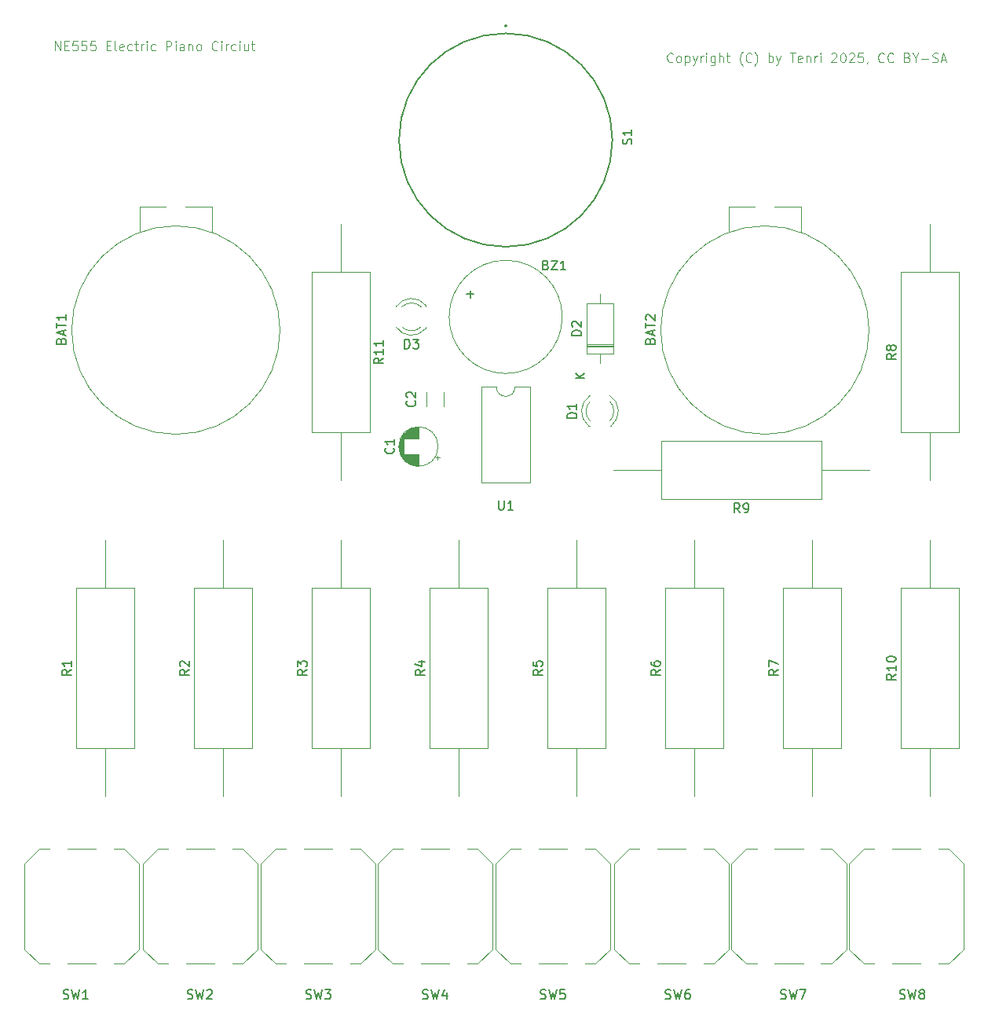
<source format=gbr>
%TF.GenerationSoftware,KiCad,Pcbnew,9.0.6*%
%TF.CreationDate,2025-12-13T22:30:01+01:00*%
%TF.ProjectId,piano,7069616e-6f2e-46b6-9963-61645f706362,rev?*%
%TF.SameCoordinates,Original*%
%TF.FileFunction,Legend,Top*%
%TF.FilePolarity,Positive*%
%FSLAX46Y46*%
G04 Gerber Fmt 4.6, Leading zero omitted, Abs format (unit mm)*
G04 Created by KiCad (PCBNEW 9.0.6) date 2025-12-13 22:30:01*
%MOMM*%
%LPD*%
G01*
G04 APERTURE LIST*
%ADD10C,0.100000*%
%ADD11C,0.150000*%
%ADD12C,0.120000*%
%ADD13C,0.200000*%
%ADD14C,0.127000*%
G04 APERTURE END LIST*
D10*
X105078884Y-52577419D02*
X105078884Y-51577419D01*
X105078884Y-51577419D02*
X105650312Y-52577419D01*
X105650312Y-52577419D02*
X105650312Y-51577419D01*
X106126503Y-52053609D02*
X106459836Y-52053609D01*
X106602693Y-52577419D02*
X106126503Y-52577419D01*
X106126503Y-52577419D02*
X106126503Y-51577419D01*
X106126503Y-51577419D02*
X106602693Y-51577419D01*
X107507455Y-51577419D02*
X107031265Y-51577419D01*
X107031265Y-51577419D02*
X106983646Y-52053609D01*
X106983646Y-52053609D02*
X107031265Y-52005990D01*
X107031265Y-52005990D02*
X107126503Y-51958371D01*
X107126503Y-51958371D02*
X107364598Y-51958371D01*
X107364598Y-51958371D02*
X107459836Y-52005990D01*
X107459836Y-52005990D02*
X107507455Y-52053609D01*
X107507455Y-52053609D02*
X107555074Y-52148847D01*
X107555074Y-52148847D02*
X107555074Y-52386942D01*
X107555074Y-52386942D02*
X107507455Y-52482180D01*
X107507455Y-52482180D02*
X107459836Y-52529800D01*
X107459836Y-52529800D02*
X107364598Y-52577419D01*
X107364598Y-52577419D02*
X107126503Y-52577419D01*
X107126503Y-52577419D02*
X107031265Y-52529800D01*
X107031265Y-52529800D02*
X106983646Y-52482180D01*
X108459836Y-51577419D02*
X107983646Y-51577419D01*
X107983646Y-51577419D02*
X107936027Y-52053609D01*
X107936027Y-52053609D02*
X107983646Y-52005990D01*
X107983646Y-52005990D02*
X108078884Y-51958371D01*
X108078884Y-51958371D02*
X108316979Y-51958371D01*
X108316979Y-51958371D02*
X108412217Y-52005990D01*
X108412217Y-52005990D02*
X108459836Y-52053609D01*
X108459836Y-52053609D02*
X108507455Y-52148847D01*
X108507455Y-52148847D02*
X108507455Y-52386942D01*
X108507455Y-52386942D02*
X108459836Y-52482180D01*
X108459836Y-52482180D02*
X108412217Y-52529800D01*
X108412217Y-52529800D02*
X108316979Y-52577419D01*
X108316979Y-52577419D02*
X108078884Y-52577419D01*
X108078884Y-52577419D02*
X107983646Y-52529800D01*
X107983646Y-52529800D02*
X107936027Y-52482180D01*
X109412217Y-51577419D02*
X108936027Y-51577419D01*
X108936027Y-51577419D02*
X108888408Y-52053609D01*
X108888408Y-52053609D02*
X108936027Y-52005990D01*
X108936027Y-52005990D02*
X109031265Y-51958371D01*
X109031265Y-51958371D02*
X109269360Y-51958371D01*
X109269360Y-51958371D02*
X109364598Y-52005990D01*
X109364598Y-52005990D02*
X109412217Y-52053609D01*
X109412217Y-52053609D02*
X109459836Y-52148847D01*
X109459836Y-52148847D02*
X109459836Y-52386942D01*
X109459836Y-52386942D02*
X109412217Y-52482180D01*
X109412217Y-52482180D02*
X109364598Y-52529800D01*
X109364598Y-52529800D02*
X109269360Y-52577419D01*
X109269360Y-52577419D02*
X109031265Y-52577419D01*
X109031265Y-52577419D02*
X108936027Y-52529800D01*
X108936027Y-52529800D02*
X108888408Y-52482180D01*
X110650313Y-52053609D02*
X110983646Y-52053609D01*
X111126503Y-52577419D02*
X110650313Y-52577419D01*
X110650313Y-52577419D02*
X110650313Y-51577419D01*
X110650313Y-51577419D02*
X111126503Y-51577419D01*
X111697932Y-52577419D02*
X111602694Y-52529800D01*
X111602694Y-52529800D02*
X111555075Y-52434561D01*
X111555075Y-52434561D02*
X111555075Y-51577419D01*
X112459837Y-52529800D02*
X112364599Y-52577419D01*
X112364599Y-52577419D02*
X112174123Y-52577419D01*
X112174123Y-52577419D02*
X112078885Y-52529800D01*
X112078885Y-52529800D02*
X112031266Y-52434561D01*
X112031266Y-52434561D02*
X112031266Y-52053609D01*
X112031266Y-52053609D02*
X112078885Y-51958371D01*
X112078885Y-51958371D02*
X112174123Y-51910752D01*
X112174123Y-51910752D02*
X112364599Y-51910752D01*
X112364599Y-51910752D02*
X112459837Y-51958371D01*
X112459837Y-51958371D02*
X112507456Y-52053609D01*
X112507456Y-52053609D02*
X112507456Y-52148847D01*
X112507456Y-52148847D02*
X112031266Y-52244085D01*
X113364599Y-52529800D02*
X113269361Y-52577419D01*
X113269361Y-52577419D02*
X113078885Y-52577419D01*
X113078885Y-52577419D02*
X112983647Y-52529800D01*
X112983647Y-52529800D02*
X112936028Y-52482180D01*
X112936028Y-52482180D02*
X112888409Y-52386942D01*
X112888409Y-52386942D02*
X112888409Y-52101228D01*
X112888409Y-52101228D02*
X112936028Y-52005990D01*
X112936028Y-52005990D02*
X112983647Y-51958371D01*
X112983647Y-51958371D02*
X113078885Y-51910752D01*
X113078885Y-51910752D02*
X113269361Y-51910752D01*
X113269361Y-51910752D02*
X113364599Y-51958371D01*
X113650314Y-51910752D02*
X114031266Y-51910752D01*
X113793171Y-51577419D02*
X113793171Y-52434561D01*
X113793171Y-52434561D02*
X113840790Y-52529800D01*
X113840790Y-52529800D02*
X113936028Y-52577419D01*
X113936028Y-52577419D02*
X114031266Y-52577419D01*
X114364600Y-52577419D02*
X114364600Y-51910752D01*
X114364600Y-52101228D02*
X114412219Y-52005990D01*
X114412219Y-52005990D02*
X114459838Y-51958371D01*
X114459838Y-51958371D02*
X114555076Y-51910752D01*
X114555076Y-51910752D02*
X114650314Y-51910752D01*
X114983648Y-52577419D02*
X114983648Y-51910752D01*
X114983648Y-51577419D02*
X114936029Y-51625038D01*
X114936029Y-51625038D02*
X114983648Y-51672657D01*
X114983648Y-51672657D02*
X115031267Y-51625038D01*
X115031267Y-51625038D02*
X114983648Y-51577419D01*
X114983648Y-51577419D02*
X114983648Y-51672657D01*
X115888409Y-52529800D02*
X115793171Y-52577419D01*
X115793171Y-52577419D02*
X115602695Y-52577419D01*
X115602695Y-52577419D02*
X115507457Y-52529800D01*
X115507457Y-52529800D02*
X115459838Y-52482180D01*
X115459838Y-52482180D02*
X115412219Y-52386942D01*
X115412219Y-52386942D02*
X115412219Y-52101228D01*
X115412219Y-52101228D02*
X115459838Y-52005990D01*
X115459838Y-52005990D02*
X115507457Y-51958371D01*
X115507457Y-51958371D02*
X115602695Y-51910752D01*
X115602695Y-51910752D02*
X115793171Y-51910752D01*
X115793171Y-51910752D02*
X115888409Y-51958371D01*
X117078886Y-52577419D02*
X117078886Y-51577419D01*
X117078886Y-51577419D02*
X117459838Y-51577419D01*
X117459838Y-51577419D02*
X117555076Y-51625038D01*
X117555076Y-51625038D02*
X117602695Y-51672657D01*
X117602695Y-51672657D02*
X117650314Y-51767895D01*
X117650314Y-51767895D02*
X117650314Y-51910752D01*
X117650314Y-51910752D02*
X117602695Y-52005990D01*
X117602695Y-52005990D02*
X117555076Y-52053609D01*
X117555076Y-52053609D02*
X117459838Y-52101228D01*
X117459838Y-52101228D02*
X117078886Y-52101228D01*
X118078886Y-52577419D02*
X118078886Y-51910752D01*
X118078886Y-51577419D02*
X118031267Y-51625038D01*
X118031267Y-51625038D02*
X118078886Y-51672657D01*
X118078886Y-51672657D02*
X118126505Y-51625038D01*
X118126505Y-51625038D02*
X118078886Y-51577419D01*
X118078886Y-51577419D02*
X118078886Y-51672657D01*
X118983647Y-52577419D02*
X118983647Y-52053609D01*
X118983647Y-52053609D02*
X118936028Y-51958371D01*
X118936028Y-51958371D02*
X118840790Y-51910752D01*
X118840790Y-51910752D02*
X118650314Y-51910752D01*
X118650314Y-51910752D02*
X118555076Y-51958371D01*
X118983647Y-52529800D02*
X118888409Y-52577419D01*
X118888409Y-52577419D02*
X118650314Y-52577419D01*
X118650314Y-52577419D02*
X118555076Y-52529800D01*
X118555076Y-52529800D02*
X118507457Y-52434561D01*
X118507457Y-52434561D02*
X118507457Y-52339323D01*
X118507457Y-52339323D02*
X118555076Y-52244085D01*
X118555076Y-52244085D02*
X118650314Y-52196466D01*
X118650314Y-52196466D02*
X118888409Y-52196466D01*
X118888409Y-52196466D02*
X118983647Y-52148847D01*
X119459838Y-51910752D02*
X119459838Y-52577419D01*
X119459838Y-52005990D02*
X119507457Y-51958371D01*
X119507457Y-51958371D02*
X119602695Y-51910752D01*
X119602695Y-51910752D02*
X119745552Y-51910752D01*
X119745552Y-51910752D02*
X119840790Y-51958371D01*
X119840790Y-51958371D02*
X119888409Y-52053609D01*
X119888409Y-52053609D02*
X119888409Y-52577419D01*
X120507457Y-52577419D02*
X120412219Y-52529800D01*
X120412219Y-52529800D02*
X120364600Y-52482180D01*
X120364600Y-52482180D02*
X120316981Y-52386942D01*
X120316981Y-52386942D02*
X120316981Y-52101228D01*
X120316981Y-52101228D02*
X120364600Y-52005990D01*
X120364600Y-52005990D02*
X120412219Y-51958371D01*
X120412219Y-51958371D02*
X120507457Y-51910752D01*
X120507457Y-51910752D02*
X120650314Y-51910752D01*
X120650314Y-51910752D02*
X120745552Y-51958371D01*
X120745552Y-51958371D02*
X120793171Y-52005990D01*
X120793171Y-52005990D02*
X120840790Y-52101228D01*
X120840790Y-52101228D02*
X120840790Y-52386942D01*
X120840790Y-52386942D02*
X120793171Y-52482180D01*
X120793171Y-52482180D02*
X120745552Y-52529800D01*
X120745552Y-52529800D02*
X120650314Y-52577419D01*
X120650314Y-52577419D02*
X120507457Y-52577419D01*
X122602695Y-52482180D02*
X122555076Y-52529800D01*
X122555076Y-52529800D02*
X122412219Y-52577419D01*
X122412219Y-52577419D02*
X122316981Y-52577419D01*
X122316981Y-52577419D02*
X122174124Y-52529800D01*
X122174124Y-52529800D02*
X122078886Y-52434561D01*
X122078886Y-52434561D02*
X122031267Y-52339323D01*
X122031267Y-52339323D02*
X121983648Y-52148847D01*
X121983648Y-52148847D02*
X121983648Y-52005990D01*
X121983648Y-52005990D02*
X122031267Y-51815514D01*
X122031267Y-51815514D02*
X122078886Y-51720276D01*
X122078886Y-51720276D02*
X122174124Y-51625038D01*
X122174124Y-51625038D02*
X122316981Y-51577419D01*
X122316981Y-51577419D02*
X122412219Y-51577419D01*
X122412219Y-51577419D02*
X122555076Y-51625038D01*
X122555076Y-51625038D02*
X122602695Y-51672657D01*
X123031267Y-52577419D02*
X123031267Y-51910752D01*
X123031267Y-51577419D02*
X122983648Y-51625038D01*
X122983648Y-51625038D02*
X123031267Y-51672657D01*
X123031267Y-51672657D02*
X123078886Y-51625038D01*
X123078886Y-51625038D02*
X123031267Y-51577419D01*
X123031267Y-51577419D02*
X123031267Y-51672657D01*
X123507457Y-52577419D02*
X123507457Y-51910752D01*
X123507457Y-52101228D02*
X123555076Y-52005990D01*
X123555076Y-52005990D02*
X123602695Y-51958371D01*
X123602695Y-51958371D02*
X123697933Y-51910752D01*
X123697933Y-51910752D02*
X123793171Y-51910752D01*
X124555076Y-52529800D02*
X124459838Y-52577419D01*
X124459838Y-52577419D02*
X124269362Y-52577419D01*
X124269362Y-52577419D02*
X124174124Y-52529800D01*
X124174124Y-52529800D02*
X124126505Y-52482180D01*
X124126505Y-52482180D02*
X124078886Y-52386942D01*
X124078886Y-52386942D02*
X124078886Y-52101228D01*
X124078886Y-52101228D02*
X124126505Y-52005990D01*
X124126505Y-52005990D02*
X124174124Y-51958371D01*
X124174124Y-51958371D02*
X124269362Y-51910752D01*
X124269362Y-51910752D02*
X124459838Y-51910752D01*
X124459838Y-51910752D02*
X124555076Y-51958371D01*
X124983648Y-52577419D02*
X124983648Y-51910752D01*
X124983648Y-51577419D02*
X124936029Y-51625038D01*
X124936029Y-51625038D02*
X124983648Y-51672657D01*
X124983648Y-51672657D02*
X125031267Y-51625038D01*
X125031267Y-51625038D02*
X124983648Y-51577419D01*
X124983648Y-51577419D02*
X124983648Y-51672657D01*
X125888409Y-51910752D02*
X125888409Y-52577419D01*
X125459838Y-51910752D02*
X125459838Y-52434561D01*
X125459838Y-52434561D02*
X125507457Y-52529800D01*
X125507457Y-52529800D02*
X125602695Y-52577419D01*
X125602695Y-52577419D02*
X125745552Y-52577419D01*
X125745552Y-52577419D02*
X125840790Y-52529800D01*
X125840790Y-52529800D02*
X125888409Y-52482180D01*
X126221743Y-51910752D02*
X126602695Y-51910752D01*
X126364600Y-51577419D02*
X126364600Y-52434561D01*
X126364600Y-52434561D02*
X126412219Y-52529800D01*
X126412219Y-52529800D02*
X126507457Y-52577419D01*
X126507457Y-52577419D02*
X126602695Y-52577419D01*
X171690312Y-53752180D02*
X171642693Y-53799800D01*
X171642693Y-53799800D02*
X171499836Y-53847419D01*
X171499836Y-53847419D02*
X171404598Y-53847419D01*
X171404598Y-53847419D02*
X171261741Y-53799800D01*
X171261741Y-53799800D02*
X171166503Y-53704561D01*
X171166503Y-53704561D02*
X171118884Y-53609323D01*
X171118884Y-53609323D02*
X171071265Y-53418847D01*
X171071265Y-53418847D02*
X171071265Y-53275990D01*
X171071265Y-53275990D02*
X171118884Y-53085514D01*
X171118884Y-53085514D02*
X171166503Y-52990276D01*
X171166503Y-52990276D02*
X171261741Y-52895038D01*
X171261741Y-52895038D02*
X171404598Y-52847419D01*
X171404598Y-52847419D02*
X171499836Y-52847419D01*
X171499836Y-52847419D02*
X171642693Y-52895038D01*
X171642693Y-52895038D02*
X171690312Y-52942657D01*
X172261741Y-53847419D02*
X172166503Y-53799800D01*
X172166503Y-53799800D02*
X172118884Y-53752180D01*
X172118884Y-53752180D02*
X172071265Y-53656942D01*
X172071265Y-53656942D02*
X172071265Y-53371228D01*
X172071265Y-53371228D02*
X172118884Y-53275990D01*
X172118884Y-53275990D02*
X172166503Y-53228371D01*
X172166503Y-53228371D02*
X172261741Y-53180752D01*
X172261741Y-53180752D02*
X172404598Y-53180752D01*
X172404598Y-53180752D02*
X172499836Y-53228371D01*
X172499836Y-53228371D02*
X172547455Y-53275990D01*
X172547455Y-53275990D02*
X172595074Y-53371228D01*
X172595074Y-53371228D02*
X172595074Y-53656942D01*
X172595074Y-53656942D02*
X172547455Y-53752180D01*
X172547455Y-53752180D02*
X172499836Y-53799800D01*
X172499836Y-53799800D02*
X172404598Y-53847419D01*
X172404598Y-53847419D02*
X172261741Y-53847419D01*
X173023646Y-53180752D02*
X173023646Y-54180752D01*
X173023646Y-53228371D02*
X173118884Y-53180752D01*
X173118884Y-53180752D02*
X173309360Y-53180752D01*
X173309360Y-53180752D02*
X173404598Y-53228371D01*
X173404598Y-53228371D02*
X173452217Y-53275990D01*
X173452217Y-53275990D02*
X173499836Y-53371228D01*
X173499836Y-53371228D02*
X173499836Y-53656942D01*
X173499836Y-53656942D02*
X173452217Y-53752180D01*
X173452217Y-53752180D02*
X173404598Y-53799800D01*
X173404598Y-53799800D02*
X173309360Y-53847419D01*
X173309360Y-53847419D02*
X173118884Y-53847419D01*
X173118884Y-53847419D02*
X173023646Y-53799800D01*
X173833170Y-53180752D02*
X174071265Y-53847419D01*
X174309360Y-53180752D02*
X174071265Y-53847419D01*
X174071265Y-53847419D02*
X173976027Y-54085514D01*
X173976027Y-54085514D02*
X173928408Y-54133133D01*
X173928408Y-54133133D02*
X173833170Y-54180752D01*
X174690313Y-53847419D02*
X174690313Y-53180752D01*
X174690313Y-53371228D02*
X174737932Y-53275990D01*
X174737932Y-53275990D02*
X174785551Y-53228371D01*
X174785551Y-53228371D02*
X174880789Y-53180752D01*
X174880789Y-53180752D02*
X174976027Y-53180752D01*
X175309361Y-53847419D02*
X175309361Y-53180752D01*
X175309361Y-52847419D02*
X175261742Y-52895038D01*
X175261742Y-52895038D02*
X175309361Y-52942657D01*
X175309361Y-52942657D02*
X175356980Y-52895038D01*
X175356980Y-52895038D02*
X175309361Y-52847419D01*
X175309361Y-52847419D02*
X175309361Y-52942657D01*
X176214122Y-53180752D02*
X176214122Y-53990276D01*
X176214122Y-53990276D02*
X176166503Y-54085514D01*
X176166503Y-54085514D02*
X176118884Y-54133133D01*
X176118884Y-54133133D02*
X176023646Y-54180752D01*
X176023646Y-54180752D02*
X175880789Y-54180752D01*
X175880789Y-54180752D02*
X175785551Y-54133133D01*
X176214122Y-53799800D02*
X176118884Y-53847419D01*
X176118884Y-53847419D02*
X175928408Y-53847419D01*
X175928408Y-53847419D02*
X175833170Y-53799800D01*
X175833170Y-53799800D02*
X175785551Y-53752180D01*
X175785551Y-53752180D02*
X175737932Y-53656942D01*
X175737932Y-53656942D02*
X175737932Y-53371228D01*
X175737932Y-53371228D02*
X175785551Y-53275990D01*
X175785551Y-53275990D02*
X175833170Y-53228371D01*
X175833170Y-53228371D02*
X175928408Y-53180752D01*
X175928408Y-53180752D02*
X176118884Y-53180752D01*
X176118884Y-53180752D02*
X176214122Y-53228371D01*
X176690313Y-53847419D02*
X176690313Y-52847419D01*
X177118884Y-53847419D02*
X177118884Y-53323609D01*
X177118884Y-53323609D02*
X177071265Y-53228371D01*
X177071265Y-53228371D02*
X176976027Y-53180752D01*
X176976027Y-53180752D02*
X176833170Y-53180752D01*
X176833170Y-53180752D02*
X176737932Y-53228371D01*
X176737932Y-53228371D02*
X176690313Y-53275990D01*
X177452218Y-53180752D02*
X177833170Y-53180752D01*
X177595075Y-52847419D02*
X177595075Y-53704561D01*
X177595075Y-53704561D02*
X177642694Y-53799800D01*
X177642694Y-53799800D02*
X177737932Y-53847419D01*
X177737932Y-53847419D02*
X177833170Y-53847419D01*
X179214123Y-54228371D02*
X179166504Y-54180752D01*
X179166504Y-54180752D02*
X179071266Y-54037895D01*
X179071266Y-54037895D02*
X179023647Y-53942657D01*
X179023647Y-53942657D02*
X178976028Y-53799800D01*
X178976028Y-53799800D02*
X178928409Y-53561704D01*
X178928409Y-53561704D02*
X178928409Y-53371228D01*
X178928409Y-53371228D02*
X178976028Y-53133133D01*
X178976028Y-53133133D02*
X179023647Y-52990276D01*
X179023647Y-52990276D02*
X179071266Y-52895038D01*
X179071266Y-52895038D02*
X179166504Y-52752180D01*
X179166504Y-52752180D02*
X179214123Y-52704561D01*
X180166504Y-53752180D02*
X180118885Y-53799800D01*
X180118885Y-53799800D02*
X179976028Y-53847419D01*
X179976028Y-53847419D02*
X179880790Y-53847419D01*
X179880790Y-53847419D02*
X179737933Y-53799800D01*
X179737933Y-53799800D02*
X179642695Y-53704561D01*
X179642695Y-53704561D02*
X179595076Y-53609323D01*
X179595076Y-53609323D02*
X179547457Y-53418847D01*
X179547457Y-53418847D02*
X179547457Y-53275990D01*
X179547457Y-53275990D02*
X179595076Y-53085514D01*
X179595076Y-53085514D02*
X179642695Y-52990276D01*
X179642695Y-52990276D02*
X179737933Y-52895038D01*
X179737933Y-52895038D02*
X179880790Y-52847419D01*
X179880790Y-52847419D02*
X179976028Y-52847419D01*
X179976028Y-52847419D02*
X180118885Y-52895038D01*
X180118885Y-52895038D02*
X180166504Y-52942657D01*
X180499838Y-54228371D02*
X180547457Y-54180752D01*
X180547457Y-54180752D02*
X180642695Y-54037895D01*
X180642695Y-54037895D02*
X180690314Y-53942657D01*
X180690314Y-53942657D02*
X180737933Y-53799800D01*
X180737933Y-53799800D02*
X180785552Y-53561704D01*
X180785552Y-53561704D02*
X180785552Y-53371228D01*
X180785552Y-53371228D02*
X180737933Y-53133133D01*
X180737933Y-53133133D02*
X180690314Y-52990276D01*
X180690314Y-52990276D02*
X180642695Y-52895038D01*
X180642695Y-52895038D02*
X180547457Y-52752180D01*
X180547457Y-52752180D02*
X180499838Y-52704561D01*
X182023648Y-53847419D02*
X182023648Y-52847419D01*
X182023648Y-53228371D02*
X182118886Y-53180752D01*
X182118886Y-53180752D02*
X182309362Y-53180752D01*
X182309362Y-53180752D02*
X182404600Y-53228371D01*
X182404600Y-53228371D02*
X182452219Y-53275990D01*
X182452219Y-53275990D02*
X182499838Y-53371228D01*
X182499838Y-53371228D02*
X182499838Y-53656942D01*
X182499838Y-53656942D02*
X182452219Y-53752180D01*
X182452219Y-53752180D02*
X182404600Y-53799800D01*
X182404600Y-53799800D02*
X182309362Y-53847419D01*
X182309362Y-53847419D02*
X182118886Y-53847419D01*
X182118886Y-53847419D02*
X182023648Y-53799800D01*
X182833172Y-53180752D02*
X183071267Y-53847419D01*
X183309362Y-53180752D02*
X183071267Y-53847419D01*
X183071267Y-53847419D02*
X182976029Y-54085514D01*
X182976029Y-54085514D02*
X182928410Y-54133133D01*
X182928410Y-54133133D02*
X182833172Y-54180752D01*
X184309363Y-52847419D02*
X184880791Y-52847419D01*
X184595077Y-53847419D02*
X184595077Y-52847419D01*
X185595077Y-53799800D02*
X185499839Y-53847419D01*
X185499839Y-53847419D02*
X185309363Y-53847419D01*
X185309363Y-53847419D02*
X185214125Y-53799800D01*
X185214125Y-53799800D02*
X185166506Y-53704561D01*
X185166506Y-53704561D02*
X185166506Y-53323609D01*
X185166506Y-53323609D02*
X185214125Y-53228371D01*
X185214125Y-53228371D02*
X185309363Y-53180752D01*
X185309363Y-53180752D02*
X185499839Y-53180752D01*
X185499839Y-53180752D02*
X185595077Y-53228371D01*
X185595077Y-53228371D02*
X185642696Y-53323609D01*
X185642696Y-53323609D02*
X185642696Y-53418847D01*
X185642696Y-53418847D02*
X185166506Y-53514085D01*
X186071268Y-53180752D02*
X186071268Y-53847419D01*
X186071268Y-53275990D02*
X186118887Y-53228371D01*
X186118887Y-53228371D02*
X186214125Y-53180752D01*
X186214125Y-53180752D02*
X186356982Y-53180752D01*
X186356982Y-53180752D02*
X186452220Y-53228371D01*
X186452220Y-53228371D02*
X186499839Y-53323609D01*
X186499839Y-53323609D02*
X186499839Y-53847419D01*
X186976030Y-53847419D02*
X186976030Y-53180752D01*
X186976030Y-53371228D02*
X187023649Y-53275990D01*
X187023649Y-53275990D02*
X187071268Y-53228371D01*
X187071268Y-53228371D02*
X187166506Y-53180752D01*
X187166506Y-53180752D02*
X187261744Y-53180752D01*
X187595078Y-53847419D02*
X187595078Y-53180752D01*
X187595078Y-52847419D02*
X187547459Y-52895038D01*
X187547459Y-52895038D02*
X187595078Y-52942657D01*
X187595078Y-52942657D02*
X187642697Y-52895038D01*
X187642697Y-52895038D02*
X187595078Y-52847419D01*
X187595078Y-52847419D02*
X187595078Y-52942657D01*
X188785554Y-52942657D02*
X188833173Y-52895038D01*
X188833173Y-52895038D02*
X188928411Y-52847419D01*
X188928411Y-52847419D02*
X189166506Y-52847419D01*
X189166506Y-52847419D02*
X189261744Y-52895038D01*
X189261744Y-52895038D02*
X189309363Y-52942657D01*
X189309363Y-52942657D02*
X189356982Y-53037895D01*
X189356982Y-53037895D02*
X189356982Y-53133133D01*
X189356982Y-53133133D02*
X189309363Y-53275990D01*
X189309363Y-53275990D02*
X188737935Y-53847419D01*
X188737935Y-53847419D02*
X189356982Y-53847419D01*
X189976030Y-52847419D02*
X190071268Y-52847419D01*
X190071268Y-52847419D02*
X190166506Y-52895038D01*
X190166506Y-52895038D02*
X190214125Y-52942657D01*
X190214125Y-52942657D02*
X190261744Y-53037895D01*
X190261744Y-53037895D02*
X190309363Y-53228371D01*
X190309363Y-53228371D02*
X190309363Y-53466466D01*
X190309363Y-53466466D02*
X190261744Y-53656942D01*
X190261744Y-53656942D02*
X190214125Y-53752180D01*
X190214125Y-53752180D02*
X190166506Y-53799800D01*
X190166506Y-53799800D02*
X190071268Y-53847419D01*
X190071268Y-53847419D02*
X189976030Y-53847419D01*
X189976030Y-53847419D02*
X189880792Y-53799800D01*
X189880792Y-53799800D02*
X189833173Y-53752180D01*
X189833173Y-53752180D02*
X189785554Y-53656942D01*
X189785554Y-53656942D02*
X189737935Y-53466466D01*
X189737935Y-53466466D02*
X189737935Y-53228371D01*
X189737935Y-53228371D02*
X189785554Y-53037895D01*
X189785554Y-53037895D02*
X189833173Y-52942657D01*
X189833173Y-52942657D02*
X189880792Y-52895038D01*
X189880792Y-52895038D02*
X189976030Y-52847419D01*
X190690316Y-52942657D02*
X190737935Y-52895038D01*
X190737935Y-52895038D02*
X190833173Y-52847419D01*
X190833173Y-52847419D02*
X191071268Y-52847419D01*
X191071268Y-52847419D02*
X191166506Y-52895038D01*
X191166506Y-52895038D02*
X191214125Y-52942657D01*
X191214125Y-52942657D02*
X191261744Y-53037895D01*
X191261744Y-53037895D02*
X191261744Y-53133133D01*
X191261744Y-53133133D02*
X191214125Y-53275990D01*
X191214125Y-53275990D02*
X190642697Y-53847419D01*
X190642697Y-53847419D02*
X191261744Y-53847419D01*
X192166506Y-52847419D02*
X191690316Y-52847419D01*
X191690316Y-52847419D02*
X191642697Y-53323609D01*
X191642697Y-53323609D02*
X191690316Y-53275990D01*
X191690316Y-53275990D02*
X191785554Y-53228371D01*
X191785554Y-53228371D02*
X192023649Y-53228371D01*
X192023649Y-53228371D02*
X192118887Y-53275990D01*
X192118887Y-53275990D02*
X192166506Y-53323609D01*
X192166506Y-53323609D02*
X192214125Y-53418847D01*
X192214125Y-53418847D02*
X192214125Y-53656942D01*
X192214125Y-53656942D02*
X192166506Y-53752180D01*
X192166506Y-53752180D02*
X192118887Y-53799800D01*
X192118887Y-53799800D02*
X192023649Y-53847419D01*
X192023649Y-53847419D02*
X191785554Y-53847419D01*
X191785554Y-53847419D02*
X191690316Y-53799800D01*
X191690316Y-53799800D02*
X191642697Y-53752180D01*
X192690316Y-53799800D02*
X192690316Y-53847419D01*
X192690316Y-53847419D02*
X192642697Y-53942657D01*
X192642697Y-53942657D02*
X192595078Y-53990276D01*
X194452220Y-53752180D02*
X194404601Y-53799800D01*
X194404601Y-53799800D02*
X194261744Y-53847419D01*
X194261744Y-53847419D02*
X194166506Y-53847419D01*
X194166506Y-53847419D02*
X194023649Y-53799800D01*
X194023649Y-53799800D02*
X193928411Y-53704561D01*
X193928411Y-53704561D02*
X193880792Y-53609323D01*
X193880792Y-53609323D02*
X193833173Y-53418847D01*
X193833173Y-53418847D02*
X193833173Y-53275990D01*
X193833173Y-53275990D02*
X193880792Y-53085514D01*
X193880792Y-53085514D02*
X193928411Y-52990276D01*
X193928411Y-52990276D02*
X194023649Y-52895038D01*
X194023649Y-52895038D02*
X194166506Y-52847419D01*
X194166506Y-52847419D02*
X194261744Y-52847419D01*
X194261744Y-52847419D02*
X194404601Y-52895038D01*
X194404601Y-52895038D02*
X194452220Y-52942657D01*
X195452220Y-53752180D02*
X195404601Y-53799800D01*
X195404601Y-53799800D02*
X195261744Y-53847419D01*
X195261744Y-53847419D02*
X195166506Y-53847419D01*
X195166506Y-53847419D02*
X195023649Y-53799800D01*
X195023649Y-53799800D02*
X194928411Y-53704561D01*
X194928411Y-53704561D02*
X194880792Y-53609323D01*
X194880792Y-53609323D02*
X194833173Y-53418847D01*
X194833173Y-53418847D02*
X194833173Y-53275990D01*
X194833173Y-53275990D02*
X194880792Y-53085514D01*
X194880792Y-53085514D02*
X194928411Y-52990276D01*
X194928411Y-52990276D02*
X195023649Y-52895038D01*
X195023649Y-52895038D02*
X195166506Y-52847419D01*
X195166506Y-52847419D02*
X195261744Y-52847419D01*
X195261744Y-52847419D02*
X195404601Y-52895038D01*
X195404601Y-52895038D02*
X195452220Y-52942657D01*
X196976030Y-53323609D02*
X197118887Y-53371228D01*
X197118887Y-53371228D02*
X197166506Y-53418847D01*
X197166506Y-53418847D02*
X197214125Y-53514085D01*
X197214125Y-53514085D02*
X197214125Y-53656942D01*
X197214125Y-53656942D02*
X197166506Y-53752180D01*
X197166506Y-53752180D02*
X197118887Y-53799800D01*
X197118887Y-53799800D02*
X197023649Y-53847419D01*
X197023649Y-53847419D02*
X196642697Y-53847419D01*
X196642697Y-53847419D02*
X196642697Y-52847419D01*
X196642697Y-52847419D02*
X196976030Y-52847419D01*
X196976030Y-52847419D02*
X197071268Y-52895038D01*
X197071268Y-52895038D02*
X197118887Y-52942657D01*
X197118887Y-52942657D02*
X197166506Y-53037895D01*
X197166506Y-53037895D02*
X197166506Y-53133133D01*
X197166506Y-53133133D02*
X197118887Y-53228371D01*
X197118887Y-53228371D02*
X197071268Y-53275990D01*
X197071268Y-53275990D02*
X196976030Y-53323609D01*
X196976030Y-53323609D02*
X196642697Y-53323609D01*
X197833173Y-53371228D02*
X197833173Y-53847419D01*
X197499840Y-52847419D02*
X197833173Y-53371228D01*
X197833173Y-53371228D02*
X198166506Y-52847419D01*
X198499840Y-53466466D02*
X199261745Y-53466466D01*
X199690316Y-53799800D02*
X199833173Y-53847419D01*
X199833173Y-53847419D02*
X200071268Y-53847419D01*
X200071268Y-53847419D02*
X200166506Y-53799800D01*
X200166506Y-53799800D02*
X200214125Y-53752180D01*
X200214125Y-53752180D02*
X200261744Y-53656942D01*
X200261744Y-53656942D02*
X200261744Y-53561704D01*
X200261744Y-53561704D02*
X200214125Y-53466466D01*
X200214125Y-53466466D02*
X200166506Y-53418847D01*
X200166506Y-53418847D02*
X200071268Y-53371228D01*
X200071268Y-53371228D02*
X199880792Y-53323609D01*
X199880792Y-53323609D02*
X199785554Y-53275990D01*
X199785554Y-53275990D02*
X199737935Y-53228371D01*
X199737935Y-53228371D02*
X199690316Y-53133133D01*
X199690316Y-53133133D02*
X199690316Y-53037895D01*
X199690316Y-53037895D02*
X199737935Y-52942657D01*
X199737935Y-52942657D02*
X199785554Y-52895038D01*
X199785554Y-52895038D02*
X199880792Y-52847419D01*
X199880792Y-52847419D02*
X200118887Y-52847419D01*
X200118887Y-52847419D02*
X200261744Y-52895038D01*
X200642697Y-53561704D02*
X201118887Y-53561704D01*
X200547459Y-53847419D02*
X200880792Y-52847419D01*
X200880792Y-52847419D02*
X201214125Y-53847419D01*
D11*
X161324819Y-92178094D02*
X160324819Y-92178094D01*
X160324819Y-92178094D02*
X160324819Y-91939999D01*
X160324819Y-91939999D02*
X160372438Y-91797142D01*
X160372438Y-91797142D02*
X160467676Y-91701904D01*
X160467676Y-91701904D02*
X160562914Y-91654285D01*
X160562914Y-91654285D02*
X160753390Y-91606666D01*
X160753390Y-91606666D02*
X160896247Y-91606666D01*
X160896247Y-91606666D02*
X161086723Y-91654285D01*
X161086723Y-91654285D02*
X161181961Y-91701904D01*
X161181961Y-91701904D02*
X161277200Y-91797142D01*
X161277200Y-91797142D02*
X161324819Y-91939999D01*
X161324819Y-91939999D02*
X161324819Y-92178094D01*
X161324819Y-90654285D02*
X161324819Y-91225713D01*
X161324819Y-90939999D02*
X160324819Y-90939999D01*
X160324819Y-90939999D02*
X160467676Y-91035237D01*
X160467676Y-91035237D02*
X160562914Y-91130475D01*
X160562914Y-91130475D02*
X160610533Y-91225713D01*
X158008752Y-75697923D02*
X158151609Y-75745542D01*
X158151609Y-75745542D02*
X158199228Y-75793161D01*
X158199228Y-75793161D02*
X158246847Y-75888399D01*
X158246847Y-75888399D02*
X158246847Y-76031256D01*
X158246847Y-76031256D02*
X158199228Y-76126494D01*
X158199228Y-76126494D02*
X158151609Y-76174114D01*
X158151609Y-76174114D02*
X158056371Y-76221733D01*
X158056371Y-76221733D02*
X157675419Y-76221733D01*
X157675419Y-76221733D02*
X157675419Y-75221733D01*
X157675419Y-75221733D02*
X158008752Y-75221733D01*
X158008752Y-75221733D02*
X158103990Y-75269352D01*
X158103990Y-75269352D02*
X158151609Y-75316971D01*
X158151609Y-75316971D02*
X158199228Y-75412209D01*
X158199228Y-75412209D02*
X158199228Y-75507447D01*
X158199228Y-75507447D02*
X158151609Y-75602685D01*
X158151609Y-75602685D02*
X158103990Y-75650304D01*
X158103990Y-75650304D02*
X158008752Y-75697923D01*
X158008752Y-75697923D02*
X157675419Y-75697923D01*
X158580181Y-75221733D02*
X159246847Y-75221733D01*
X159246847Y-75221733D02*
X158580181Y-76221733D01*
X158580181Y-76221733D02*
X159246847Y-76221733D01*
X160151609Y-76221733D02*
X159580181Y-76221733D01*
X159865895Y-76221733D02*
X159865895Y-75221733D01*
X159865895Y-75221733D02*
X159770657Y-75364590D01*
X159770657Y-75364590D02*
X159675419Y-75459828D01*
X159675419Y-75459828D02*
X159580181Y-75507447D01*
X149479048Y-78813866D02*
X150240953Y-78813866D01*
X149860000Y-79194819D02*
X149860000Y-78432914D01*
X140464819Y-85727857D02*
X139988628Y-86061190D01*
X140464819Y-86299285D02*
X139464819Y-86299285D01*
X139464819Y-86299285D02*
X139464819Y-85918333D01*
X139464819Y-85918333D02*
X139512438Y-85823095D01*
X139512438Y-85823095D02*
X139560057Y-85775476D01*
X139560057Y-85775476D02*
X139655295Y-85727857D01*
X139655295Y-85727857D02*
X139798152Y-85727857D01*
X139798152Y-85727857D02*
X139893390Y-85775476D01*
X139893390Y-85775476D02*
X139941009Y-85823095D01*
X139941009Y-85823095D02*
X139988628Y-85918333D01*
X139988628Y-85918333D02*
X139988628Y-86299285D01*
X140464819Y-84775476D02*
X140464819Y-85346904D01*
X140464819Y-85061190D02*
X139464819Y-85061190D01*
X139464819Y-85061190D02*
X139607676Y-85156428D01*
X139607676Y-85156428D02*
X139702914Y-85251666D01*
X139702914Y-85251666D02*
X139750533Y-85346904D01*
X140464819Y-83823095D02*
X140464819Y-84394523D01*
X140464819Y-84108809D02*
X139464819Y-84108809D01*
X139464819Y-84108809D02*
X139607676Y-84204047D01*
X139607676Y-84204047D02*
X139702914Y-84299285D01*
X139702914Y-84299285D02*
X139750533Y-84394523D01*
X141559580Y-95416666D02*
X141607200Y-95464285D01*
X141607200Y-95464285D02*
X141654819Y-95607142D01*
X141654819Y-95607142D02*
X141654819Y-95702380D01*
X141654819Y-95702380D02*
X141607200Y-95845237D01*
X141607200Y-95845237D02*
X141511961Y-95940475D01*
X141511961Y-95940475D02*
X141416723Y-95988094D01*
X141416723Y-95988094D02*
X141226247Y-96035713D01*
X141226247Y-96035713D02*
X141083390Y-96035713D01*
X141083390Y-96035713D02*
X140892914Y-95988094D01*
X140892914Y-95988094D02*
X140797676Y-95940475D01*
X140797676Y-95940475D02*
X140702438Y-95845237D01*
X140702438Y-95845237D02*
X140654819Y-95702380D01*
X140654819Y-95702380D02*
X140654819Y-95607142D01*
X140654819Y-95607142D02*
X140702438Y-95464285D01*
X140702438Y-95464285D02*
X140750057Y-95416666D01*
X141654819Y-94464285D02*
X141654819Y-95035713D01*
X141654819Y-94749999D02*
X140654819Y-94749999D01*
X140654819Y-94749999D02*
X140797676Y-94845237D01*
X140797676Y-94845237D02*
X140892914Y-94940475D01*
X140892914Y-94940475D02*
X140940533Y-95035713D01*
X167212200Y-62666904D02*
X167259819Y-62524047D01*
X167259819Y-62524047D02*
X167259819Y-62285952D01*
X167259819Y-62285952D02*
X167212200Y-62190714D01*
X167212200Y-62190714D02*
X167164580Y-62143095D01*
X167164580Y-62143095D02*
X167069342Y-62095476D01*
X167069342Y-62095476D02*
X166974104Y-62095476D01*
X166974104Y-62095476D02*
X166878866Y-62143095D01*
X166878866Y-62143095D02*
X166831247Y-62190714D01*
X166831247Y-62190714D02*
X166783628Y-62285952D01*
X166783628Y-62285952D02*
X166736009Y-62476428D01*
X166736009Y-62476428D02*
X166688390Y-62571666D01*
X166688390Y-62571666D02*
X166640771Y-62619285D01*
X166640771Y-62619285D02*
X166545533Y-62666904D01*
X166545533Y-62666904D02*
X166450295Y-62666904D01*
X166450295Y-62666904D02*
X166355057Y-62619285D01*
X166355057Y-62619285D02*
X166307438Y-62571666D01*
X166307438Y-62571666D02*
X166259819Y-62476428D01*
X166259819Y-62476428D02*
X166259819Y-62238333D01*
X166259819Y-62238333D02*
X166307438Y-62095476D01*
X167259819Y-61143095D02*
X167259819Y-61714523D01*
X167259819Y-61428809D02*
X166259819Y-61428809D01*
X166259819Y-61428809D02*
X166402676Y-61524047D01*
X166402676Y-61524047D02*
X166497914Y-61619285D01*
X166497914Y-61619285D02*
X166545533Y-61714523D01*
X105981667Y-154712200D02*
X106124524Y-154759819D01*
X106124524Y-154759819D02*
X106362619Y-154759819D01*
X106362619Y-154759819D02*
X106457857Y-154712200D01*
X106457857Y-154712200D02*
X106505476Y-154664580D01*
X106505476Y-154664580D02*
X106553095Y-154569342D01*
X106553095Y-154569342D02*
X106553095Y-154474104D01*
X106553095Y-154474104D02*
X106505476Y-154378866D01*
X106505476Y-154378866D02*
X106457857Y-154331247D01*
X106457857Y-154331247D02*
X106362619Y-154283628D01*
X106362619Y-154283628D02*
X106172143Y-154236009D01*
X106172143Y-154236009D02*
X106076905Y-154188390D01*
X106076905Y-154188390D02*
X106029286Y-154140771D01*
X106029286Y-154140771D02*
X105981667Y-154045533D01*
X105981667Y-154045533D02*
X105981667Y-153950295D01*
X105981667Y-153950295D02*
X106029286Y-153855057D01*
X106029286Y-153855057D02*
X106076905Y-153807438D01*
X106076905Y-153807438D02*
X106172143Y-153759819D01*
X106172143Y-153759819D02*
X106410238Y-153759819D01*
X106410238Y-153759819D02*
X106553095Y-153807438D01*
X106886429Y-153759819D02*
X107124524Y-154759819D01*
X107124524Y-154759819D02*
X107315000Y-154045533D01*
X107315000Y-154045533D02*
X107505476Y-154759819D01*
X107505476Y-154759819D02*
X107743572Y-153759819D01*
X108648333Y-154759819D02*
X108076905Y-154759819D01*
X108362619Y-154759819D02*
X108362619Y-153759819D01*
X108362619Y-153759819D02*
X108267381Y-153902676D01*
X108267381Y-153902676D02*
X108172143Y-153997914D01*
X108172143Y-153997914D02*
X108076905Y-154045533D01*
X196151667Y-154712200D02*
X196294524Y-154759819D01*
X196294524Y-154759819D02*
X196532619Y-154759819D01*
X196532619Y-154759819D02*
X196627857Y-154712200D01*
X196627857Y-154712200D02*
X196675476Y-154664580D01*
X196675476Y-154664580D02*
X196723095Y-154569342D01*
X196723095Y-154569342D02*
X196723095Y-154474104D01*
X196723095Y-154474104D02*
X196675476Y-154378866D01*
X196675476Y-154378866D02*
X196627857Y-154331247D01*
X196627857Y-154331247D02*
X196532619Y-154283628D01*
X196532619Y-154283628D02*
X196342143Y-154236009D01*
X196342143Y-154236009D02*
X196246905Y-154188390D01*
X196246905Y-154188390D02*
X196199286Y-154140771D01*
X196199286Y-154140771D02*
X196151667Y-154045533D01*
X196151667Y-154045533D02*
X196151667Y-153950295D01*
X196151667Y-153950295D02*
X196199286Y-153855057D01*
X196199286Y-153855057D02*
X196246905Y-153807438D01*
X196246905Y-153807438D02*
X196342143Y-153759819D01*
X196342143Y-153759819D02*
X196580238Y-153759819D01*
X196580238Y-153759819D02*
X196723095Y-153807438D01*
X197056429Y-153759819D02*
X197294524Y-154759819D01*
X197294524Y-154759819D02*
X197485000Y-154045533D01*
X197485000Y-154045533D02*
X197675476Y-154759819D01*
X197675476Y-154759819D02*
X197913572Y-153759819D01*
X198437381Y-154188390D02*
X198342143Y-154140771D01*
X198342143Y-154140771D02*
X198294524Y-154093152D01*
X198294524Y-154093152D02*
X198246905Y-153997914D01*
X198246905Y-153997914D02*
X198246905Y-153950295D01*
X198246905Y-153950295D02*
X198294524Y-153855057D01*
X198294524Y-153855057D02*
X198342143Y-153807438D01*
X198342143Y-153807438D02*
X198437381Y-153759819D01*
X198437381Y-153759819D02*
X198627857Y-153759819D01*
X198627857Y-153759819D02*
X198723095Y-153807438D01*
X198723095Y-153807438D02*
X198770714Y-153855057D01*
X198770714Y-153855057D02*
X198818333Y-153950295D01*
X198818333Y-153950295D02*
X198818333Y-153997914D01*
X198818333Y-153997914D02*
X198770714Y-154093152D01*
X198770714Y-154093152D02*
X198723095Y-154140771D01*
X198723095Y-154140771D02*
X198627857Y-154188390D01*
X198627857Y-154188390D02*
X198437381Y-154188390D01*
X198437381Y-154188390D02*
X198342143Y-154236009D01*
X198342143Y-154236009D02*
X198294524Y-154283628D01*
X198294524Y-154283628D02*
X198246905Y-154378866D01*
X198246905Y-154378866D02*
X198246905Y-154569342D01*
X198246905Y-154569342D02*
X198294524Y-154664580D01*
X198294524Y-154664580D02*
X198342143Y-154712200D01*
X198342143Y-154712200D02*
X198437381Y-154759819D01*
X198437381Y-154759819D02*
X198627857Y-154759819D01*
X198627857Y-154759819D02*
X198723095Y-154712200D01*
X198723095Y-154712200D02*
X198770714Y-154664580D01*
X198770714Y-154664580D02*
X198818333Y-154569342D01*
X198818333Y-154569342D02*
X198818333Y-154378866D01*
X198818333Y-154378866D02*
X198770714Y-154283628D01*
X198770714Y-154283628D02*
X198723095Y-154236009D01*
X198723095Y-154236009D02*
X198627857Y-154188390D01*
X169234709Y-83855725D02*
X169282328Y-83712868D01*
X169282328Y-83712868D02*
X169329947Y-83665249D01*
X169329947Y-83665249D02*
X169425185Y-83617630D01*
X169425185Y-83617630D02*
X169568042Y-83617630D01*
X169568042Y-83617630D02*
X169663280Y-83665249D01*
X169663280Y-83665249D02*
X169710900Y-83712868D01*
X169710900Y-83712868D02*
X169758519Y-83808106D01*
X169758519Y-83808106D02*
X169758519Y-84189058D01*
X169758519Y-84189058D02*
X168758519Y-84189058D01*
X168758519Y-84189058D02*
X168758519Y-83855725D01*
X168758519Y-83855725D02*
X168806138Y-83760487D01*
X168806138Y-83760487D02*
X168853757Y-83712868D01*
X168853757Y-83712868D02*
X168948995Y-83665249D01*
X168948995Y-83665249D02*
X169044233Y-83665249D01*
X169044233Y-83665249D02*
X169139471Y-83712868D01*
X169139471Y-83712868D02*
X169187090Y-83760487D01*
X169187090Y-83760487D02*
X169234709Y-83855725D01*
X169234709Y-83855725D02*
X169234709Y-84189058D01*
X169472804Y-83236677D02*
X169472804Y-82760487D01*
X169758519Y-83331915D02*
X168758519Y-82998582D01*
X168758519Y-82998582D02*
X169758519Y-82665249D01*
X168758519Y-82474772D02*
X168758519Y-81903344D01*
X169758519Y-82189058D02*
X168758519Y-82189058D01*
X168853757Y-81617629D02*
X168806138Y-81570010D01*
X168806138Y-81570010D02*
X168758519Y-81474772D01*
X168758519Y-81474772D02*
X168758519Y-81236677D01*
X168758519Y-81236677D02*
X168806138Y-81141439D01*
X168806138Y-81141439D02*
X168853757Y-81093820D01*
X168853757Y-81093820D02*
X168948995Y-81046201D01*
X168948995Y-81046201D02*
X169044233Y-81046201D01*
X169044233Y-81046201D02*
X169187090Y-81093820D01*
X169187090Y-81093820D02*
X169758519Y-81665248D01*
X169758519Y-81665248D02*
X169758519Y-81046201D01*
X142771905Y-84694819D02*
X142771905Y-83694819D01*
X142771905Y-83694819D02*
X143010000Y-83694819D01*
X143010000Y-83694819D02*
X143152857Y-83742438D01*
X143152857Y-83742438D02*
X143248095Y-83837676D01*
X143248095Y-83837676D02*
X143295714Y-83932914D01*
X143295714Y-83932914D02*
X143343333Y-84123390D01*
X143343333Y-84123390D02*
X143343333Y-84266247D01*
X143343333Y-84266247D02*
X143295714Y-84456723D01*
X143295714Y-84456723D02*
X143248095Y-84551961D01*
X143248095Y-84551961D02*
X143152857Y-84647200D01*
X143152857Y-84647200D02*
X143010000Y-84694819D01*
X143010000Y-84694819D02*
X142771905Y-84694819D01*
X143676667Y-83694819D02*
X144295714Y-83694819D01*
X144295714Y-83694819D02*
X143962381Y-84075771D01*
X143962381Y-84075771D02*
X144105238Y-84075771D01*
X144105238Y-84075771D02*
X144200476Y-84123390D01*
X144200476Y-84123390D02*
X144248095Y-84171009D01*
X144248095Y-84171009D02*
X144295714Y-84266247D01*
X144295714Y-84266247D02*
X144295714Y-84504342D01*
X144295714Y-84504342D02*
X144248095Y-84599580D01*
X144248095Y-84599580D02*
X144200476Y-84647200D01*
X144200476Y-84647200D02*
X144105238Y-84694819D01*
X144105238Y-84694819D02*
X143819524Y-84694819D01*
X143819524Y-84694819D02*
X143724286Y-84647200D01*
X143724286Y-84647200D02*
X143676667Y-84599580D01*
X178908333Y-102364819D02*
X178575000Y-101888628D01*
X178336905Y-102364819D02*
X178336905Y-101364819D01*
X178336905Y-101364819D02*
X178717857Y-101364819D01*
X178717857Y-101364819D02*
X178813095Y-101412438D01*
X178813095Y-101412438D02*
X178860714Y-101460057D01*
X178860714Y-101460057D02*
X178908333Y-101555295D01*
X178908333Y-101555295D02*
X178908333Y-101698152D01*
X178908333Y-101698152D02*
X178860714Y-101793390D01*
X178860714Y-101793390D02*
X178813095Y-101841009D01*
X178813095Y-101841009D02*
X178717857Y-101888628D01*
X178717857Y-101888628D02*
X178336905Y-101888628D01*
X179384524Y-102364819D02*
X179575000Y-102364819D01*
X179575000Y-102364819D02*
X179670238Y-102317200D01*
X179670238Y-102317200D02*
X179717857Y-102269580D01*
X179717857Y-102269580D02*
X179813095Y-102126723D01*
X179813095Y-102126723D02*
X179860714Y-101936247D01*
X179860714Y-101936247D02*
X179860714Y-101555295D01*
X179860714Y-101555295D02*
X179813095Y-101460057D01*
X179813095Y-101460057D02*
X179765476Y-101412438D01*
X179765476Y-101412438D02*
X179670238Y-101364819D01*
X179670238Y-101364819D02*
X179479762Y-101364819D01*
X179479762Y-101364819D02*
X179384524Y-101412438D01*
X179384524Y-101412438D02*
X179336905Y-101460057D01*
X179336905Y-101460057D02*
X179289286Y-101555295D01*
X179289286Y-101555295D02*
X179289286Y-101793390D01*
X179289286Y-101793390D02*
X179336905Y-101888628D01*
X179336905Y-101888628D02*
X179384524Y-101936247D01*
X179384524Y-101936247D02*
X179479762Y-101983866D01*
X179479762Y-101983866D02*
X179670238Y-101983866D01*
X179670238Y-101983866D02*
X179765476Y-101936247D01*
X179765476Y-101936247D02*
X179813095Y-101888628D01*
X179813095Y-101888628D02*
X179860714Y-101793390D01*
X119356667Y-154712200D02*
X119499524Y-154759819D01*
X119499524Y-154759819D02*
X119737619Y-154759819D01*
X119737619Y-154759819D02*
X119832857Y-154712200D01*
X119832857Y-154712200D02*
X119880476Y-154664580D01*
X119880476Y-154664580D02*
X119928095Y-154569342D01*
X119928095Y-154569342D02*
X119928095Y-154474104D01*
X119928095Y-154474104D02*
X119880476Y-154378866D01*
X119880476Y-154378866D02*
X119832857Y-154331247D01*
X119832857Y-154331247D02*
X119737619Y-154283628D01*
X119737619Y-154283628D02*
X119547143Y-154236009D01*
X119547143Y-154236009D02*
X119451905Y-154188390D01*
X119451905Y-154188390D02*
X119404286Y-154140771D01*
X119404286Y-154140771D02*
X119356667Y-154045533D01*
X119356667Y-154045533D02*
X119356667Y-153950295D01*
X119356667Y-153950295D02*
X119404286Y-153855057D01*
X119404286Y-153855057D02*
X119451905Y-153807438D01*
X119451905Y-153807438D02*
X119547143Y-153759819D01*
X119547143Y-153759819D02*
X119785238Y-153759819D01*
X119785238Y-153759819D02*
X119928095Y-153807438D01*
X120261429Y-153759819D02*
X120499524Y-154759819D01*
X120499524Y-154759819D02*
X120690000Y-154045533D01*
X120690000Y-154045533D02*
X120880476Y-154759819D01*
X120880476Y-154759819D02*
X121118572Y-153759819D01*
X121451905Y-153855057D02*
X121499524Y-153807438D01*
X121499524Y-153807438D02*
X121594762Y-153759819D01*
X121594762Y-153759819D02*
X121832857Y-153759819D01*
X121832857Y-153759819D02*
X121928095Y-153807438D01*
X121928095Y-153807438D02*
X121975714Y-153855057D01*
X121975714Y-153855057D02*
X122023333Y-153950295D01*
X122023333Y-153950295D02*
X122023333Y-154045533D01*
X122023333Y-154045533D02*
X121975714Y-154188390D01*
X121975714Y-154188390D02*
X121404286Y-154759819D01*
X121404286Y-154759819D02*
X122023333Y-154759819D01*
X183024819Y-119297666D02*
X182548628Y-119630999D01*
X183024819Y-119869094D02*
X182024819Y-119869094D01*
X182024819Y-119869094D02*
X182024819Y-119488142D01*
X182024819Y-119488142D02*
X182072438Y-119392904D01*
X182072438Y-119392904D02*
X182120057Y-119345285D01*
X182120057Y-119345285D02*
X182215295Y-119297666D01*
X182215295Y-119297666D02*
X182358152Y-119297666D01*
X182358152Y-119297666D02*
X182453390Y-119345285D01*
X182453390Y-119345285D02*
X182501009Y-119392904D01*
X182501009Y-119392904D02*
X182548628Y-119488142D01*
X182548628Y-119488142D02*
X182548628Y-119869094D01*
X182024819Y-118964332D02*
X182024819Y-118297666D01*
X182024819Y-118297666D02*
X183024819Y-118726237D01*
X143869580Y-90336666D02*
X143917200Y-90384285D01*
X143917200Y-90384285D02*
X143964819Y-90527142D01*
X143964819Y-90527142D02*
X143964819Y-90622380D01*
X143964819Y-90622380D02*
X143917200Y-90765237D01*
X143917200Y-90765237D02*
X143821961Y-90860475D01*
X143821961Y-90860475D02*
X143726723Y-90908094D01*
X143726723Y-90908094D02*
X143536247Y-90955713D01*
X143536247Y-90955713D02*
X143393390Y-90955713D01*
X143393390Y-90955713D02*
X143202914Y-90908094D01*
X143202914Y-90908094D02*
X143107676Y-90860475D01*
X143107676Y-90860475D02*
X143012438Y-90765237D01*
X143012438Y-90765237D02*
X142964819Y-90622380D01*
X142964819Y-90622380D02*
X142964819Y-90527142D01*
X142964819Y-90527142D02*
X143012438Y-90384285D01*
X143012438Y-90384285D02*
X143060057Y-90336666D01*
X143060057Y-89955713D02*
X143012438Y-89908094D01*
X143012438Y-89908094D02*
X142964819Y-89812856D01*
X142964819Y-89812856D02*
X142964819Y-89574761D01*
X142964819Y-89574761D02*
X143012438Y-89479523D01*
X143012438Y-89479523D02*
X143060057Y-89431904D01*
X143060057Y-89431904D02*
X143155295Y-89384285D01*
X143155295Y-89384285D02*
X143250533Y-89384285D01*
X143250533Y-89384285D02*
X143393390Y-89431904D01*
X143393390Y-89431904D02*
X143964819Y-90003332D01*
X143964819Y-90003332D02*
X143964819Y-89384285D01*
X144716667Y-154712200D02*
X144859524Y-154759819D01*
X144859524Y-154759819D02*
X145097619Y-154759819D01*
X145097619Y-154759819D02*
X145192857Y-154712200D01*
X145192857Y-154712200D02*
X145240476Y-154664580D01*
X145240476Y-154664580D02*
X145288095Y-154569342D01*
X145288095Y-154569342D02*
X145288095Y-154474104D01*
X145288095Y-154474104D02*
X145240476Y-154378866D01*
X145240476Y-154378866D02*
X145192857Y-154331247D01*
X145192857Y-154331247D02*
X145097619Y-154283628D01*
X145097619Y-154283628D02*
X144907143Y-154236009D01*
X144907143Y-154236009D02*
X144811905Y-154188390D01*
X144811905Y-154188390D02*
X144764286Y-154140771D01*
X144764286Y-154140771D02*
X144716667Y-154045533D01*
X144716667Y-154045533D02*
X144716667Y-153950295D01*
X144716667Y-153950295D02*
X144764286Y-153855057D01*
X144764286Y-153855057D02*
X144811905Y-153807438D01*
X144811905Y-153807438D02*
X144907143Y-153759819D01*
X144907143Y-153759819D02*
X145145238Y-153759819D01*
X145145238Y-153759819D02*
X145288095Y-153807438D01*
X145621429Y-153759819D02*
X145859524Y-154759819D01*
X145859524Y-154759819D02*
X146050000Y-154045533D01*
X146050000Y-154045533D02*
X146240476Y-154759819D01*
X146240476Y-154759819D02*
X146478572Y-153759819D01*
X147288095Y-154093152D02*
X147288095Y-154759819D01*
X147050000Y-153712200D02*
X146811905Y-154426485D01*
X146811905Y-154426485D02*
X147430952Y-154426485D01*
X105734709Y-83855725D02*
X105782328Y-83712868D01*
X105782328Y-83712868D02*
X105829947Y-83665249D01*
X105829947Y-83665249D02*
X105925185Y-83617630D01*
X105925185Y-83617630D02*
X106068042Y-83617630D01*
X106068042Y-83617630D02*
X106163280Y-83665249D01*
X106163280Y-83665249D02*
X106210900Y-83712868D01*
X106210900Y-83712868D02*
X106258519Y-83808106D01*
X106258519Y-83808106D02*
X106258519Y-84189058D01*
X106258519Y-84189058D02*
X105258519Y-84189058D01*
X105258519Y-84189058D02*
X105258519Y-83855725D01*
X105258519Y-83855725D02*
X105306138Y-83760487D01*
X105306138Y-83760487D02*
X105353757Y-83712868D01*
X105353757Y-83712868D02*
X105448995Y-83665249D01*
X105448995Y-83665249D02*
X105544233Y-83665249D01*
X105544233Y-83665249D02*
X105639471Y-83712868D01*
X105639471Y-83712868D02*
X105687090Y-83760487D01*
X105687090Y-83760487D02*
X105734709Y-83855725D01*
X105734709Y-83855725D02*
X105734709Y-84189058D01*
X105972804Y-83236677D02*
X105972804Y-82760487D01*
X106258519Y-83331915D02*
X105258519Y-82998582D01*
X105258519Y-82998582D02*
X106258519Y-82665249D01*
X105258519Y-82474772D02*
X105258519Y-81903344D01*
X106258519Y-82189058D02*
X105258519Y-82189058D01*
X106258519Y-81046201D02*
X106258519Y-81617629D01*
X106258519Y-81331915D02*
X105258519Y-81331915D01*
X105258519Y-81331915D02*
X105401376Y-81427153D01*
X105401376Y-81427153D02*
X105496614Y-81522391D01*
X105496614Y-81522391D02*
X105544233Y-81617629D01*
X183326667Y-154712200D02*
X183469524Y-154759819D01*
X183469524Y-154759819D02*
X183707619Y-154759819D01*
X183707619Y-154759819D02*
X183802857Y-154712200D01*
X183802857Y-154712200D02*
X183850476Y-154664580D01*
X183850476Y-154664580D02*
X183898095Y-154569342D01*
X183898095Y-154569342D02*
X183898095Y-154474104D01*
X183898095Y-154474104D02*
X183850476Y-154378866D01*
X183850476Y-154378866D02*
X183802857Y-154331247D01*
X183802857Y-154331247D02*
X183707619Y-154283628D01*
X183707619Y-154283628D02*
X183517143Y-154236009D01*
X183517143Y-154236009D02*
X183421905Y-154188390D01*
X183421905Y-154188390D02*
X183374286Y-154140771D01*
X183374286Y-154140771D02*
X183326667Y-154045533D01*
X183326667Y-154045533D02*
X183326667Y-153950295D01*
X183326667Y-153950295D02*
X183374286Y-153855057D01*
X183374286Y-153855057D02*
X183421905Y-153807438D01*
X183421905Y-153807438D02*
X183517143Y-153759819D01*
X183517143Y-153759819D02*
X183755238Y-153759819D01*
X183755238Y-153759819D02*
X183898095Y-153807438D01*
X184231429Y-153759819D02*
X184469524Y-154759819D01*
X184469524Y-154759819D02*
X184660000Y-154045533D01*
X184660000Y-154045533D02*
X184850476Y-154759819D01*
X184850476Y-154759819D02*
X185088572Y-153759819D01*
X185374286Y-153759819D02*
X186040952Y-153759819D01*
X186040952Y-153759819D02*
X185612381Y-154759819D01*
X195724819Y-119773857D02*
X195248628Y-120107190D01*
X195724819Y-120345285D02*
X194724819Y-120345285D01*
X194724819Y-120345285D02*
X194724819Y-119964333D01*
X194724819Y-119964333D02*
X194772438Y-119869095D01*
X194772438Y-119869095D02*
X194820057Y-119821476D01*
X194820057Y-119821476D02*
X194915295Y-119773857D01*
X194915295Y-119773857D02*
X195058152Y-119773857D01*
X195058152Y-119773857D02*
X195153390Y-119821476D01*
X195153390Y-119821476D02*
X195201009Y-119869095D01*
X195201009Y-119869095D02*
X195248628Y-119964333D01*
X195248628Y-119964333D02*
X195248628Y-120345285D01*
X195724819Y-118821476D02*
X195724819Y-119392904D01*
X195724819Y-119107190D02*
X194724819Y-119107190D01*
X194724819Y-119107190D02*
X194867676Y-119202428D01*
X194867676Y-119202428D02*
X194962914Y-119297666D01*
X194962914Y-119297666D02*
X195010533Y-119392904D01*
X194724819Y-118202428D02*
X194724819Y-118107190D01*
X194724819Y-118107190D02*
X194772438Y-118011952D01*
X194772438Y-118011952D02*
X194820057Y-117964333D01*
X194820057Y-117964333D02*
X194915295Y-117916714D01*
X194915295Y-117916714D02*
X195105771Y-117869095D01*
X195105771Y-117869095D02*
X195343866Y-117869095D01*
X195343866Y-117869095D02*
X195534342Y-117916714D01*
X195534342Y-117916714D02*
X195629580Y-117964333D01*
X195629580Y-117964333D02*
X195677200Y-118011952D01*
X195677200Y-118011952D02*
X195724819Y-118107190D01*
X195724819Y-118107190D02*
X195724819Y-118202428D01*
X195724819Y-118202428D02*
X195677200Y-118297666D01*
X195677200Y-118297666D02*
X195629580Y-118345285D01*
X195629580Y-118345285D02*
X195534342Y-118392904D01*
X195534342Y-118392904D02*
X195343866Y-118440523D01*
X195343866Y-118440523D02*
X195105771Y-118440523D01*
X195105771Y-118440523D02*
X194915295Y-118392904D01*
X194915295Y-118392904D02*
X194820057Y-118345285D01*
X194820057Y-118345285D02*
X194772438Y-118297666D01*
X194772438Y-118297666D02*
X194724819Y-118202428D01*
X119524819Y-119297666D02*
X119048628Y-119630999D01*
X119524819Y-119869094D02*
X118524819Y-119869094D01*
X118524819Y-119869094D02*
X118524819Y-119488142D01*
X118524819Y-119488142D02*
X118572438Y-119392904D01*
X118572438Y-119392904D02*
X118620057Y-119345285D01*
X118620057Y-119345285D02*
X118715295Y-119297666D01*
X118715295Y-119297666D02*
X118858152Y-119297666D01*
X118858152Y-119297666D02*
X118953390Y-119345285D01*
X118953390Y-119345285D02*
X119001009Y-119392904D01*
X119001009Y-119392904D02*
X119048628Y-119488142D01*
X119048628Y-119488142D02*
X119048628Y-119869094D01*
X118620057Y-118916713D02*
X118572438Y-118869094D01*
X118572438Y-118869094D02*
X118524819Y-118773856D01*
X118524819Y-118773856D02*
X118524819Y-118535761D01*
X118524819Y-118535761D02*
X118572438Y-118440523D01*
X118572438Y-118440523D02*
X118620057Y-118392904D01*
X118620057Y-118392904D02*
X118715295Y-118345285D01*
X118715295Y-118345285D02*
X118810533Y-118345285D01*
X118810533Y-118345285D02*
X118953390Y-118392904D01*
X118953390Y-118392904D02*
X119524819Y-118964332D01*
X119524819Y-118964332D02*
X119524819Y-118345285D01*
X195724819Y-85261666D02*
X195248628Y-85594999D01*
X195724819Y-85833094D02*
X194724819Y-85833094D01*
X194724819Y-85833094D02*
X194724819Y-85452142D01*
X194724819Y-85452142D02*
X194772438Y-85356904D01*
X194772438Y-85356904D02*
X194820057Y-85309285D01*
X194820057Y-85309285D02*
X194915295Y-85261666D01*
X194915295Y-85261666D02*
X195058152Y-85261666D01*
X195058152Y-85261666D02*
X195153390Y-85309285D01*
X195153390Y-85309285D02*
X195201009Y-85356904D01*
X195201009Y-85356904D02*
X195248628Y-85452142D01*
X195248628Y-85452142D02*
X195248628Y-85833094D01*
X195153390Y-84690237D02*
X195105771Y-84785475D01*
X195105771Y-84785475D02*
X195058152Y-84833094D01*
X195058152Y-84833094D02*
X194962914Y-84880713D01*
X194962914Y-84880713D02*
X194915295Y-84880713D01*
X194915295Y-84880713D02*
X194820057Y-84833094D01*
X194820057Y-84833094D02*
X194772438Y-84785475D01*
X194772438Y-84785475D02*
X194724819Y-84690237D01*
X194724819Y-84690237D02*
X194724819Y-84499761D01*
X194724819Y-84499761D02*
X194772438Y-84404523D01*
X194772438Y-84404523D02*
X194820057Y-84356904D01*
X194820057Y-84356904D02*
X194915295Y-84309285D01*
X194915295Y-84309285D02*
X194962914Y-84309285D01*
X194962914Y-84309285D02*
X195058152Y-84356904D01*
X195058152Y-84356904D02*
X195105771Y-84404523D01*
X195105771Y-84404523D02*
X195153390Y-84499761D01*
X195153390Y-84499761D02*
X195153390Y-84690237D01*
X195153390Y-84690237D02*
X195201009Y-84785475D01*
X195201009Y-84785475D02*
X195248628Y-84833094D01*
X195248628Y-84833094D02*
X195343866Y-84880713D01*
X195343866Y-84880713D02*
X195534342Y-84880713D01*
X195534342Y-84880713D02*
X195629580Y-84833094D01*
X195629580Y-84833094D02*
X195677200Y-84785475D01*
X195677200Y-84785475D02*
X195724819Y-84690237D01*
X195724819Y-84690237D02*
X195724819Y-84499761D01*
X195724819Y-84499761D02*
X195677200Y-84404523D01*
X195677200Y-84404523D02*
X195629580Y-84356904D01*
X195629580Y-84356904D02*
X195534342Y-84309285D01*
X195534342Y-84309285D02*
X195343866Y-84309285D01*
X195343866Y-84309285D02*
X195248628Y-84356904D01*
X195248628Y-84356904D02*
X195201009Y-84404523D01*
X195201009Y-84404523D02*
X195153390Y-84499761D01*
X161814819Y-83288094D02*
X160814819Y-83288094D01*
X160814819Y-83288094D02*
X160814819Y-83049999D01*
X160814819Y-83049999D02*
X160862438Y-82907142D01*
X160862438Y-82907142D02*
X160957676Y-82811904D01*
X160957676Y-82811904D02*
X161052914Y-82764285D01*
X161052914Y-82764285D02*
X161243390Y-82716666D01*
X161243390Y-82716666D02*
X161386247Y-82716666D01*
X161386247Y-82716666D02*
X161576723Y-82764285D01*
X161576723Y-82764285D02*
X161671961Y-82811904D01*
X161671961Y-82811904D02*
X161767200Y-82907142D01*
X161767200Y-82907142D02*
X161814819Y-83049999D01*
X161814819Y-83049999D02*
X161814819Y-83288094D01*
X160910057Y-82335713D02*
X160862438Y-82288094D01*
X160862438Y-82288094D02*
X160814819Y-82192856D01*
X160814819Y-82192856D02*
X160814819Y-81954761D01*
X160814819Y-81954761D02*
X160862438Y-81859523D01*
X160862438Y-81859523D02*
X160910057Y-81811904D01*
X160910057Y-81811904D02*
X161005295Y-81764285D01*
X161005295Y-81764285D02*
X161100533Y-81764285D01*
X161100533Y-81764285D02*
X161243390Y-81811904D01*
X161243390Y-81811904D02*
X161814819Y-82383332D01*
X161814819Y-82383332D02*
X161814819Y-81764285D01*
X162184819Y-87891904D02*
X161184819Y-87891904D01*
X162184819Y-87320476D02*
X161613390Y-87749047D01*
X161184819Y-87320476D02*
X161756247Y-87891904D01*
X170324819Y-119297666D02*
X169848628Y-119630999D01*
X170324819Y-119869094D02*
X169324819Y-119869094D01*
X169324819Y-119869094D02*
X169324819Y-119488142D01*
X169324819Y-119488142D02*
X169372438Y-119392904D01*
X169372438Y-119392904D02*
X169420057Y-119345285D01*
X169420057Y-119345285D02*
X169515295Y-119297666D01*
X169515295Y-119297666D02*
X169658152Y-119297666D01*
X169658152Y-119297666D02*
X169753390Y-119345285D01*
X169753390Y-119345285D02*
X169801009Y-119392904D01*
X169801009Y-119392904D02*
X169848628Y-119488142D01*
X169848628Y-119488142D02*
X169848628Y-119869094D01*
X169324819Y-118440523D02*
X169324819Y-118630999D01*
X169324819Y-118630999D02*
X169372438Y-118726237D01*
X169372438Y-118726237D02*
X169420057Y-118773856D01*
X169420057Y-118773856D02*
X169562914Y-118869094D01*
X169562914Y-118869094D02*
X169753390Y-118916713D01*
X169753390Y-118916713D02*
X170134342Y-118916713D01*
X170134342Y-118916713D02*
X170229580Y-118869094D01*
X170229580Y-118869094D02*
X170277200Y-118821475D01*
X170277200Y-118821475D02*
X170324819Y-118726237D01*
X170324819Y-118726237D02*
X170324819Y-118535761D01*
X170324819Y-118535761D02*
X170277200Y-118440523D01*
X170277200Y-118440523D02*
X170229580Y-118392904D01*
X170229580Y-118392904D02*
X170134342Y-118345285D01*
X170134342Y-118345285D02*
X169896247Y-118345285D01*
X169896247Y-118345285D02*
X169801009Y-118392904D01*
X169801009Y-118392904D02*
X169753390Y-118440523D01*
X169753390Y-118440523D02*
X169705771Y-118535761D01*
X169705771Y-118535761D02*
X169705771Y-118726237D01*
X169705771Y-118726237D02*
X169753390Y-118821475D01*
X169753390Y-118821475D02*
X169801009Y-118869094D01*
X169801009Y-118869094D02*
X169896247Y-118916713D01*
X132136667Y-154712200D02*
X132279524Y-154759819D01*
X132279524Y-154759819D02*
X132517619Y-154759819D01*
X132517619Y-154759819D02*
X132612857Y-154712200D01*
X132612857Y-154712200D02*
X132660476Y-154664580D01*
X132660476Y-154664580D02*
X132708095Y-154569342D01*
X132708095Y-154569342D02*
X132708095Y-154474104D01*
X132708095Y-154474104D02*
X132660476Y-154378866D01*
X132660476Y-154378866D02*
X132612857Y-154331247D01*
X132612857Y-154331247D02*
X132517619Y-154283628D01*
X132517619Y-154283628D02*
X132327143Y-154236009D01*
X132327143Y-154236009D02*
X132231905Y-154188390D01*
X132231905Y-154188390D02*
X132184286Y-154140771D01*
X132184286Y-154140771D02*
X132136667Y-154045533D01*
X132136667Y-154045533D02*
X132136667Y-153950295D01*
X132136667Y-153950295D02*
X132184286Y-153855057D01*
X132184286Y-153855057D02*
X132231905Y-153807438D01*
X132231905Y-153807438D02*
X132327143Y-153759819D01*
X132327143Y-153759819D02*
X132565238Y-153759819D01*
X132565238Y-153759819D02*
X132708095Y-153807438D01*
X133041429Y-153759819D02*
X133279524Y-154759819D01*
X133279524Y-154759819D02*
X133470000Y-154045533D01*
X133470000Y-154045533D02*
X133660476Y-154759819D01*
X133660476Y-154759819D02*
X133898572Y-153759819D01*
X134184286Y-153759819D02*
X134803333Y-153759819D01*
X134803333Y-153759819D02*
X134470000Y-154140771D01*
X134470000Y-154140771D02*
X134612857Y-154140771D01*
X134612857Y-154140771D02*
X134708095Y-154188390D01*
X134708095Y-154188390D02*
X134755714Y-154236009D01*
X134755714Y-154236009D02*
X134803333Y-154331247D01*
X134803333Y-154331247D02*
X134803333Y-154569342D01*
X134803333Y-154569342D02*
X134755714Y-154664580D01*
X134755714Y-154664580D02*
X134708095Y-154712200D01*
X134708095Y-154712200D02*
X134612857Y-154759819D01*
X134612857Y-154759819D02*
X134327143Y-154759819D01*
X134327143Y-154759819D02*
X134231905Y-154712200D01*
X134231905Y-154712200D02*
X134184286Y-154664580D01*
X157624819Y-119297666D02*
X157148628Y-119630999D01*
X157624819Y-119869094D02*
X156624819Y-119869094D01*
X156624819Y-119869094D02*
X156624819Y-119488142D01*
X156624819Y-119488142D02*
X156672438Y-119392904D01*
X156672438Y-119392904D02*
X156720057Y-119345285D01*
X156720057Y-119345285D02*
X156815295Y-119297666D01*
X156815295Y-119297666D02*
X156958152Y-119297666D01*
X156958152Y-119297666D02*
X157053390Y-119345285D01*
X157053390Y-119345285D02*
X157101009Y-119392904D01*
X157101009Y-119392904D02*
X157148628Y-119488142D01*
X157148628Y-119488142D02*
X157148628Y-119869094D01*
X156624819Y-118392904D02*
X156624819Y-118869094D01*
X156624819Y-118869094D02*
X157101009Y-118916713D01*
X157101009Y-118916713D02*
X157053390Y-118869094D01*
X157053390Y-118869094D02*
X157005771Y-118773856D01*
X157005771Y-118773856D02*
X157005771Y-118535761D01*
X157005771Y-118535761D02*
X157053390Y-118440523D01*
X157053390Y-118440523D02*
X157101009Y-118392904D01*
X157101009Y-118392904D02*
X157196247Y-118345285D01*
X157196247Y-118345285D02*
X157434342Y-118345285D01*
X157434342Y-118345285D02*
X157529580Y-118392904D01*
X157529580Y-118392904D02*
X157577200Y-118440523D01*
X157577200Y-118440523D02*
X157624819Y-118535761D01*
X157624819Y-118535761D02*
X157624819Y-118773856D01*
X157624819Y-118773856D02*
X157577200Y-118869094D01*
X157577200Y-118869094D02*
X157529580Y-118916713D01*
X106824819Y-119297666D02*
X106348628Y-119630999D01*
X106824819Y-119869094D02*
X105824819Y-119869094D01*
X105824819Y-119869094D02*
X105824819Y-119488142D01*
X105824819Y-119488142D02*
X105872438Y-119392904D01*
X105872438Y-119392904D02*
X105920057Y-119345285D01*
X105920057Y-119345285D02*
X106015295Y-119297666D01*
X106015295Y-119297666D02*
X106158152Y-119297666D01*
X106158152Y-119297666D02*
X106253390Y-119345285D01*
X106253390Y-119345285D02*
X106301009Y-119392904D01*
X106301009Y-119392904D02*
X106348628Y-119488142D01*
X106348628Y-119488142D02*
X106348628Y-119869094D01*
X106824819Y-118345285D02*
X106824819Y-118916713D01*
X106824819Y-118630999D02*
X105824819Y-118630999D01*
X105824819Y-118630999D02*
X105967676Y-118726237D01*
X105967676Y-118726237D02*
X106062914Y-118821475D01*
X106062914Y-118821475D02*
X106110533Y-118916713D01*
X157416667Y-154712200D02*
X157559524Y-154759819D01*
X157559524Y-154759819D02*
X157797619Y-154759819D01*
X157797619Y-154759819D02*
X157892857Y-154712200D01*
X157892857Y-154712200D02*
X157940476Y-154664580D01*
X157940476Y-154664580D02*
X157988095Y-154569342D01*
X157988095Y-154569342D02*
X157988095Y-154474104D01*
X157988095Y-154474104D02*
X157940476Y-154378866D01*
X157940476Y-154378866D02*
X157892857Y-154331247D01*
X157892857Y-154331247D02*
X157797619Y-154283628D01*
X157797619Y-154283628D02*
X157607143Y-154236009D01*
X157607143Y-154236009D02*
X157511905Y-154188390D01*
X157511905Y-154188390D02*
X157464286Y-154140771D01*
X157464286Y-154140771D02*
X157416667Y-154045533D01*
X157416667Y-154045533D02*
X157416667Y-153950295D01*
X157416667Y-153950295D02*
X157464286Y-153855057D01*
X157464286Y-153855057D02*
X157511905Y-153807438D01*
X157511905Y-153807438D02*
X157607143Y-153759819D01*
X157607143Y-153759819D02*
X157845238Y-153759819D01*
X157845238Y-153759819D02*
X157988095Y-153807438D01*
X158321429Y-153759819D02*
X158559524Y-154759819D01*
X158559524Y-154759819D02*
X158750000Y-154045533D01*
X158750000Y-154045533D02*
X158940476Y-154759819D01*
X158940476Y-154759819D02*
X159178572Y-153759819D01*
X160035714Y-153759819D02*
X159559524Y-153759819D01*
X159559524Y-153759819D02*
X159511905Y-154236009D01*
X159511905Y-154236009D02*
X159559524Y-154188390D01*
X159559524Y-154188390D02*
X159654762Y-154140771D01*
X159654762Y-154140771D02*
X159892857Y-154140771D01*
X159892857Y-154140771D02*
X159988095Y-154188390D01*
X159988095Y-154188390D02*
X160035714Y-154236009D01*
X160035714Y-154236009D02*
X160083333Y-154331247D01*
X160083333Y-154331247D02*
X160083333Y-154569342D01*
X160083333Y-154569342D02*
X160035714Y-154664580D01*
X160035714Y-154664580D02*
X159988095Y-154712200D01*
X159988095Y-154712200D02*
X159892857Y-154759819D01*
X159892857Y-154759819D02*
X159654762Y-154759819D01*
X159654762Y-154759819D02*
X159559524Y-154712200D01*
X159559524Y-154712200D02*
X159511905Y-154664580D01*
X132224819Y-119297666D02*
X131748628Y-119630999D01*
X132224819Y-119869094D02*
X131224819Y-119869094D01*
X131224819Y-119869094D02*
X131224819Y-119488142D01*
X131224819Y-119488142D02*
X131272438Y-119392904D01*
X131272438Y-119392904D02*
X131320057Y-119345285D01*
X131320057Y-119345285D02*
X131415295Y-119297666D01*
X131415295Y-119297666D02*
X131558152Y-119297666D01*
X131558152Y-119297666D02*
X131653390Y-119345285D01*
X131653390Y-119345285D02*
X131701009Y-119392904D01*
X131701009Y-119392904D02*
X131748628Y-119488142D01*
X131748628Y-119488142D02*
X131748628Y-119869094D01*
X131224819Y-118964332D02*
X131224819Y-118345285D01*
X131224819Y-118345285D02*
X131605771Y-118678618D01*
X131605771Y-118678618D02*
X131605771Y-118535761D01*
X131605771Y-118535761D02*
X131653390Y-118440523D01*
X131653390Y-118440523D02*
X131701009Y-118392904D01*
X131701009Y-118392904D02*
X131796247Y-118345285D01*
X131796247Y-118345285D02*
X132034342Y-118345285D01*
X132034342Y-118345285D02*
X132129580Y-118392904D01*
X132129580Y-118392904D02*
X132177200Y-118440523D01*
X132177200Y-118440523D02*
X132224819Y-118535761D01*
X132224819Y-118535761D02*
X132224819Y-118821475D01*
X132224819Y-118821475D02*
X132177200Y-118916713D01*
X132177200Y-118916713D02*
X132129580Y-118964332D01*
X144924819Y-119297666D02*
X144448628Y-119630999D01*
X144924819Y-119869094D02*
X143924819Y-119869094D01*
X143924819Y-119869094D02*
X143924819Y-119488142D01*
X143924819Y-119488142D02*
X143972438Y-119392904D01*
X143972438Y-119392904D02*
X144020057Y-119345285D01*
X144020057Y-119345285D02*
X144115295Y-119297666D01*
X144115295Y-119297666D02*
X144258152Y-119297666D01*
X144258152Y-119297666D02*
X144353390Y-119345285D01*
X144353390Y-119345285D02*
X144401009Y-119392904D01*
X144401009Y-119392904D02*
X144448628Y-119488142D01*
X144448628Y-119488142D02*
X144448628Y-119869094D01*
X144258152Y-118440523D02*
X144924819Y-118440523D01*
X143877200Y-118678618D02*
X144591485Y-118916713D01*
X144591485Y-118916713D02*
X144591485Y-118297666D01*
X152908095Y-101054819D02*
X152908095Y-101864342D01*
X152908095Y-101864342D02*
X152955714Y-101959580D01*
X152955714Y-101959580D02*
X153003333Y-102007200D01*
X153003333Y-102007200D02*
X153098571Y-102054819D01*
X153098571Y-102054819D02*
X153289047Y-102054819D01*
X153289047Y-102054819D02*
X153384285Y-102007200D01*
X153384285Y-102007200D02*
X153431904Y-101959580D01*
X153431904Y-101959580D02*
X153479523Y-101864342D01*
X153479523Y-101864342D02*
X153479523Y-101054819D01*
X154479523Y-102054819D02*
X153908095Y-102054819D01*
X154193809Y-102054819D02*
X154193809Y-101054819D01*
X154193809Y-101054819D02*
X154098571Y-101197676D01*
X154098571Y-101197676D02*
X154003333Y-101292914D01*
X154003333Y-101292914D02*
X153908095Y-101340533D01*
X170886667Y-154712200D02*
X171029524Y-154759819D01*
X171029524Y-154759819D02*
X171267619Y-154759819D01*
X171267619Y-154759819D02*
X171362857Y-154712200D01*
X171362857Y-154712200D02*
X171410476Y-154664580D01*
X171410476Y-154664580D02*
X171458095Y-154569342D01*
X171458095Y-154569342D02*
X171458095Y-154474104D01*
X171458095Y-154474104D02*
X171410476Y-154378866D01*
X171410476Y-154378866D02*
X171362857Y-154331247D01*
X171362857Y-154331247D02*
X171267619Y-154283628D01*
X171267619Y-154283628D02*
X171077143Y-154236009D01*
X171077143Y-154236009D02*
X170981905Y-154188390D01*
X170981905Y-154188390D02*
X170934286Y-154140771D01*
X170934286Y-154140771D02*
X170886667Y-154045533D01*
X170886667Y-154045533D02*
X170886667Y-153950295D01*
X170886667Y-153950295D02*
X170934286Y-153855057D01*
X170934286Y-153855057D02*
X170981905Y-153807438D01*
X170981905Y-153807438D02*
X171077143Y-153759819D01*
X171077143Y-153759819D02*
X171315238Y-153759819D01*
X171315238Y-153759819D02*
X171458095Y-153807438D01*
X171791429Y-153759819D02*
X172029524Y-154759819D01*
X172029524Y-154759819D02*
X172220000Y-154045533D01*
X172220000Y-154045533D02*
X172410476Y-154759819D01*
X172410476Y-154759819D02*
X172648572Y-153759819D01*
X173458095Y-153759819D02*
X173267619Y-153759819D01*
X173267619Y-153759819D02*
X173172381Y-153807438D01*
X173172381Y-153807438D02*
X173124762Y-153855057D01*
X173124762Y-153855057D02*
X173029524Y-153997914D01*
X173029524Y-153997914D02*
X172981905Y-154188390D01*
X172981905Y-154188390D02*
X172981905Y-154569342D01*
X172981905Y-154569342D02*
X173029524Y-154664580D01*
X173029524Y-154664580D02*
X173077143Y-154712200D01*
X173077143Y-154712200D02*
X173172381Y-154759819D01*
X173172381Y-154759819D02*
X173362857Y-154759819D01*
X173362857Y-154759819D02*
X173458095Y-154712200D01*
X173458095Y-154712200D02*
X173505714Y-154664580D01*
X173505714Y-154664580D02*
X173553333Y-154569342D01*
X173553333Y-154569342D02*
X173553333Y-154331247D01*
X173553333Y-154331247D02*
X173505714Y-154236009D01*
X173505714Y-154236009D02*
X173458095Y-154188390D01*
X173458095Y-154188390D02*
X173362857Y-154140771D01*
X173362857Y-154140771D02*
X173172381Y-154140771D01*
X173172381Y-154140771D02*
X173077143Y-154188390D01*
X173077143Y-154188390D02*
X173029524Y-154236009D01*
X173029524Y-154236009D02*
X172981905Y-154331247D01*
D12*
%TO.C,D1*%
X162594000Y-93000000D02*
X162750000Y-93000000D01*
X164910000Y-93000000D02*
X165066000Y-93000000D01*
X162594484Y-93000000D02*
G75*
G02*
X162750000Y-89768563I1235516J1560000D01*
G01*
X162750000Y-92480961D02*
G75*
G02*
X162750000Y-90399039I1080000J1040961D01*
G01*
X164910000Y-89768563D02*
G75*
G02*
X165065516Y-93000000I-1080000J-1671437D01*
G01*
X164910000Y-90399039D02*
G75*
G02*
X164910000Y-92480961I-1080000J-1040961D01*
G01*
%TO.C,BZ1*%
X159770000Y-81280000D02*
G75*
G02*
X147570000Y-81280000I-6100000J0D01*
G01*
X147570000Y-81280000D02*
G75*
G02*
X159770000Y-81280000I6100000J0D01*
G01*
%TO.C,R11*%
X135890000Y-71285000D02*
X135890000Y-76465000D01*
X135890000Y-98885000D02*
X135890000Y-93705000D01*
X139010000Y-76465000D02*
X132770000Y-76465000D01*
X132770000Y-93705000D01*
X139010000Y-93705000D01*
X139010000Y-76465000D01*
%TO.C,C1*%
X142180000Y-95620000D02*
X142180000Y-94880000D01*
X142220000Y-95787000D02*
X142220000Y-94713000D01*
X142260000Y-95913000D02*
X142260000Y-94587000D01*
X142300000Y-96018000D02*
X142300000Y-94482000D01*
X142340000Y-96109000D02*
X142340000Y-94391000D01*
X142380000Y-96190000D02*
X142380000Y-94310000D01*
X142420000Y-96263000D02*
X142420000Y-94237000D01*
X142460000Y-96330000D02*
X142460000Y-94170000D01*
X142500000Y-96392000D02*
X142500000Y-94108000D01*
X142540000Y-96449000D02*
X142540000Y-94051000D01*
X142580000Y-96503000D02*
X142580000Y-93997000D01*
X142620000Y-96553000D02*
X142620000Y-93947000D01*
X142660000Y-96601000D02*
X142660000Y-93899000D01*
X142700000Y-94410000D02*
X142700000Y-93854000D01*
X142700000Y-96646000D02*
X142700000Y-96090000D01*
X142740000Y-94410000D02*
X142740000Y-93812000D01*
X142740000Y-96688000D02*
X142740000Y-96090000D01*
X142780000Y-94410000D02*
X142780000Y-93772000D01*
X142780000Y-96728000D02*
X142780000Y-96090000D01*
X142820000Y-94410000D02*
X142820000Y-93734000D01*
X142820000Y-96766000D02*
X142820000Y-96090000D01*
X142860000Y-94410000D02*
X142860000Y-93698000D01*
X142860000Y-96802000D02*
X142860000Y-96090000D01*
X142900000Y-94410000D02*
X142900000Y-93664000D01*
X142900000Y-96836000D02*
X142900000Y-96090000D01*
X142940000Y-94410000D02*
X142940000Y-93631000D01*
X142940000Y-96869000D02*
X142940000Y-96090000D01*
X142980000Y-94410000D02*
X142980000Y-93600000D01*
X142980000Y-96900000D02*
X142980000Y-96090000D01*
X143020000Y-94410000D02*
X143020000Y-93570000D01*
X143020000Y-96930000D02*
X143020000Y-96090000D01*
X143060000Y-94410000D02*
X143060000Y-93542000D01*
X143060000Y-96958000D02*
X143060000Y-96090000D01*
X143100000Y-94410000D02*
X143100000Y-93516000D01*
X143100000Y-96984000D02*
X143100000Y-96090000D01*
X143140000Y-94410000D02*
X143140000Y-93490000D01*
X143140000Y-97010000D02*
X143140000Y-96090000D01*
X143180000Y-94410000D02*
X143180000Y-93466000D01*
X143180000Y-97034000D02*
X143180000Y-96090000D01*
X143220000Y-94410000D02*
X143220000Y-93443000D01*
X143220000Y-97057000D02*
X143220000Y-96090000D01*
X143260000Y-94410000D02*
X143260000Y-93421000D01*
X143260000Y-97079000D02*
X143260000Y-96090000D01*
X143300000Y-94410000D02*
X143300000Y-93400000D01*
X143300000Y-97100000D02*
X143300000Y-96090000D01*
X143340000Y-94410000D02*
X143340000Y-93380000D01*
X143340000Y-97120000D02*
X143340000Y-96090000D01*
X143380000Y-94410000D02*
X143380000Y-93361000D01*
X143380000Y-97139000D02*
X143380000Y-96090000D01*
X143420000Y-94410000D02*
X143420000Y-93344000D01*
X143420000Y-97156000D02*
X143420000Y-96090000D01*
X143460000Y-94410000D02*
X143460000Y-93327000D01*
X143460000Y-97173000D02*
X143460000Y-96090000D01*
X143500000Y-94410000D02*
X143500000Y-93311000D01*
X143500000Y-97189000D02*
X143500000Y-96090000D01*
X143540000Y-94410000D02*
X143540000Y-93296000D01*
X143540000Y-97204000D02*
X143540000Y-96090000D01*
X143580000Y-94410000D02*
X143580000Y-93282000D01*
X143580000Y-97218000D02*
X143580000Y-96090000D01*
X143620000Y-94410000D02*
X143620000Y-93269000D01*
X143620000Y-97231000D02*
X143620000Y-96090000D01*
X143660000Y-94410000D02*
X143660000Y-93257000D01*
X143660000Y-97243000D02*
X143660000Y-96090000D01*
X143700000Y-94410000D02*
X143700000Y-93245000D01*
X143700000Y-97255000D02*
X143700000Y-96090000D01*
X143740000Y-94410000D02*
X143740000Y-93235000D01*
X143740000Y-97265000D02*
X143740000Y-96090000D01*
X143780000Y-94410000D02*
X143780000Y-93225000D01*
X143780000Y-97275000D02*
X143780000Y-96090000D01*
X143820000Y-94410000D02*
X143820000Y-93216000D01*
X143820000Y-97284000D02*
X143820000Y-96090000D01*
X143860000Y-94410000D02*
X143860000Y-93208000D01*
X143860000Y-97292000D02*
X143860000Y-96090000D01*
X143900000Y-94410000D02*
X143900000Y-93201000D01*
X143900000Y-97299000D02*
X143900000Y-96090000D01*
X143940000Y-94410000D02*
X143940000Y-93194000D01*
X143940000Y-97306000D02*
X143940000Y-96090000D01*
X143980000Y-94410000D02*
X143980000Y-93189000D01*
X143980000Y-97311000D02*
X143980000Y-96090000D01*
X144020000Y-94410000D02*
X144020000Y-93184000D01*
X144020000Y-97316000D02*
X144020000Y-96090000D01*
X144060000Y-94410000D02*
X144060000Y-93179000D01*
X144060000Y-97321000D02*
X144060000Y-96090000D01*
X144100000Y-94410000D02*
X144100000Y-93176000D01*
X144100000Y-97324000D02*
X144100000Y-96090000D01*
X144140000Y-94410000D02*
X144140000Y-93173000D01*
X144140000Y-97327000D02*
X144140000Y-96090000D01*
X144180000Y-94410000D02*
X144180000Y-93172000D01*
X144180000Y-97328000D02*
X144180000Y-96090000D01*
X144220000Y-94410000D02*
X144220000Y-93170000D01*
X144220000Y-97330000D02*
X144220000Y-96090000D01*
X144260000Y-94410000D02*
X144260000Y-93170000D01*
X144260000Y-97330000D02*
X144260000Y-96090000D01*
X146329801Y-96645000D02*
X146329801Y-96245000D01*
X146529801Y-96445000D02*
X146129801Y-96445000D01*
X146380000Y-95250000D02*
G75*
G02*
X142140000Y-95250000I-2120000J0D01*
G01*
X142140000Y-95250000D02*
G75*
G02*
X146380000Y-95250000I2120000J0D01*
G01*
D13*
%TO.C,S1*%
X153770000Y-49930000D02*
G75*
G02*
X153570000Y-49930000I-100000J0D01*
G01*
X153570000Y-49930000D02*
G75*
G02*
X153770000Y-49930000I100000J0D01*
G01*
D14*
X165170000Y-62230000D02*
G75*
G02*
X142170000Y-62230000I-11500000J0D01*
G01*
X142170000Y-62230000D02*
G75*
G02*
X165170000Y-62230000I11500000J0D01*
G01*
D12*
%TO.C,SW1*%
X101750000Y-140180000D02*
X103350000Y-138580000D01*
X101750000Y-149380000D02*
X101750000Y-140180000D01*
X103350000Y-150980000D02*
X101750000Y-149380000D01*
X104500000Y-138580000D02*
X103350000Y-138580000D01*
X104500000Y-150980000D02*
X103350000Y-150980000D01*
X106400000Y-138580000D02*
X109500000Y-138580000D01*
X106400000Y-150980000D02*
X109500000Y-150980000D01*
X111400000Y-138580000D02*
X112550000Y-138580000D01*
X111400000Y-150980000D02*
X112550000Y-150980000D01*
X112550000Y-150980000D02*
X114150000Y-149380000D01*
X114150000Y-140180000D02*
X112550000Y-138580000D01*
X114150000Y-149380000D02*
X114150000Y-140180000D01*
%TO.C,SW8*%
X190650000Y-140180000D02*
X192250000Y-138580000D01*
X190650000Y-149380000D02*
X190650000Y-140180000D01*
X192250000Y-150980000D02*
X190650000Y-149380000D01*
X193400000Y-138580000D02*
X192250000Y-138580000D01*
X193400000Y-150980000D02*
X192250000Y-150980000D01*
X195300000Y-138580000D02*
X198400000Y-138580000D01*
X195300000Y-150980000D02*
X198400000Y-150980000D01*
X200300000Y-138580000D02*
X201450000Y-138580000D01*
X200300000Y-150980000D02*
X201450000Y-150980000D01*
X201450000Y-150980000D02*
X203050000Y-149380000D01*
X203050000Y-140180000D02*
X201450000Y-138580000D01*
X203050000Y-149380000D02*
X203050000Y-140180000D01*
D10*
%TO.C,BAT2*%
X177698400Y-69392800D02*
X180543200Y-69392800D01*
X177698400Y-72136000D02*
X177698400Y-69392800D01*
X185521600Y-69392800D02*
X182676800Y-69392800D01*
X185521600Y-72136000D02*
X185521600Y-69392800D01*
X192836800Y-82702400D02*
G75*
G02*
X170383200Y-82702400I-11226800J0D01*
G01*
X170383200Y-82702400D02*
G75*
G02*
X192836800Y-82702400I11226800J0D01*
G01*
D12*
%TO.C,D3*%
X145070000Y-80200000D02*
X145070000Y-80044000D01*
X145070000Y-82516000D02*
X145070000Y-82360000D01*
X141838563Y-80200000D02*
G75*
G02*
X145070000Y-80044484I1671437J-1080000D01*
G01*
X142469039Y-80200000D02*
G75*
G02*
X144550961Y-80200000I1040961J-1080000D01*
G01*
X144550961Y-82360000D02*
G75*
G02*
X142469039Y-82360000I-1040961J1080000D01*
G01*
X145070000Y-82515516D02*
G75*
G02*
X141838563Y-82360000I-1560000J1235516D01*
G01*
%TO.C,R9*%
X165275000Y-97790000D02*
X170455000Y-97790000D01*
X192875000Y-97790000D02*
X187695000Y-97790000D01*
X187695000Y-100910000D02*
X170455000Y-100910000D01*
X170455000Y-94670000D01*
X187695000Y-94670000D01*
X187695000Y-100910000D01*
%TO.C,SW2*%
X114530000Y-140180000D02*
X116130000Y-138580000D01*
X114530000Y-149380000D02*
X114530000Y-140180000D01*
X116130000Y-150980000D02*
X114530000Y-149380000D01*
X117280000Y-138580000D02*
X116130000Y-138580000D01*
X117280000Y-150980000D02*
X116130000Y-150980000D01*
X119180000Y-138580000D02*
X122280000Y-138580000D01*
X119180000Y-150980000D02*
X122280000Y-150980000D01*
X124180000Y-138580000D02*
X125330000Y-138580000D01*
X124180000Y-150980000D02*
X125330000Y-150980000D01*
X125330000Y-150980000D02*
X126930000Y-149380000D01*
X126930000Y-140180000D02*
X125330000Y-138580000D01*
X126930000Y-149380000D02*
X126930000Y-140180000D01*
%TO.C,R7*%
X186690000Y-105331000D02*
X186690000Y-110511000D01*
X186690000Y-132931000D02*
X186690000Y-127751000D01*
X183570000Y-127751000D02*
X189810000Y-127751000D01*
X189810000Y-110511000D01*
X183570000Y-110511000D01*
X183570000Y-127751000D01*
%TO.C,C2*%
X145130000Y-90955000D02*
X145130000Y-89425000D01*
X146970000Y-89425000D02*
X146970000Y-90955000D01*
%TO.C,SW4*%
X139850000Y-140180000D02*
X141450000Y-138580000D01*
X139850000Y-149380000D02*
X139850000Y-140180000D01*
X141450000Y-150980000D02*
X139850000Y-149380000D01*
X142600000Y-138580000D02*
X141450000Y-138580000D01*
X142600000Y-150980000D02*
X141450000Y-150980000D01*
X144500000Y-138580000D02*
X147600000Y-138580000D01*
X144500000Y-150980000D02*
X147600000Y-150980000D01*
X149500000Y-138580000D02*
X150650000Y-138580000D01*
X149500000Y-150980000D02*
X150650000Y-150980000D01*
X150650000Y-150980000D02*
X152250000Y-149380000D01*
X152250000Y-140180000D02*
X150650000Y-138580000D01*
X152250000Y-149380000D02*
X152250000Y-140180000D01*
D10*
%TO.C,BAT1*%
X114198400Y-69392800D02*
X117043200Y-69392800D01*
X114198400Y-72136000D02*
X114198400Y-69392800D01*
X122021600Y-69392800D02*
X119176800Y-69392800D01*
X122021600Y-72136000D02*
X122021600Y-69392800D01*
X129336800Y-82702400D02*
G75*
G02*
X106883200Y-82702400I-11226800J0D01*
G01*
X106883200Y-82702400D02*
G75*
G02*
X129336800Y-82702400I11226800J0D01*
G01*
D12*
%TO.C,SW7*%
X177990000Y-140180000D02*
X179590000Y-138580000D01*
X177990000Y-149380000D02*
X177990000Y-140180000D01*
X179590000Y-150980000D02*
X177990000Y-149380000D01*
X180740000Y-138580000D02*
X179590000Y-138580000D01*
X180740000Y-150980000D02*
X179590000Y-150980000D01*
X182640000Y-138580000D02*
X185740000Y-138580000D01*
X182640000Y-150980000D02*
X185740000Y-150980000D01*
X187640000Y-138580000D02*
X188790000Y-138580000D01*
X187640000Y-150980000D02*
X188790000Y-150980000D01*
X188790000Y-150980000D02*
X190390000Y-149380000D01*
X190390000Y-140180000D02*
X188790000Y-138580000D01*
X190390000Y-149380000D02*
X190390000Y-140180000D01*
%TO.C,R10*%
X199390000Y-105331000D02*
X199390000Y-110511000D01*
X199390000Y-132931000D02*
X199390000Y-127751000D01*
X196270000Y-127751000D02*
X202510000Y-127751000D01*
X202510000Y-110511000D01*
X196270000Y-110511000D01*
X196270000Y-127751000D01*
%TO.C,R2*%
X123190000Y-105331000D02*
X123190000Y-110511000D01*
X123190000Y-132931000D02*
X123190000Y-127751000D01*
X120070000Y-127751000D02*
X126310000Y-127751000D01*
X126310000Y-110511000D01*
X120070000Y-110511000D01*
X120070000Y-127751000D01*
%TO.C,R8*%
X199390000Y-71295000D02*
X199390000Y-76475000D01*
X199390000Y-98895000D02*
X199390000Y-93715000D01*
X196270000Y-93715000D02*
X202510000Y-93715000D01*
X202510000Y-76475000D01*
X196270000Y-76475000D01*
X196270000Y-93715000D01*
%TO.C,D2*%
X162360000Y-84250000D02*
X165300000Y-84250000D01*
X162360000Y-84370000D02*
X165300000Y-84370000D01*
X162360000Y-84490000D02*
X165300000Y-84490000D01*
X163830000Y-78810000D02*
X163830000Y-79830000D01*
X163830000Y-86290000D02*
X163830000Y-85270000D01*
X162360000Y-85270000D02*
X165300000Y-85270000D01*
X165300000Y-79830000D01*
X162360000Y-79830000D01*
X162360000Y-85270000D01*
%TO.C,R6*%
X173990000Y-105331000D02*
X173990000Y-110511000D01*
X173990000Y-132931000D02*
X173990000Y-127751000D01*
X170870000Y-127751000D02*
X177110000Y-127751000D01*
X177110000Y-110511000D01*
X170870000Y-110511000D01*
X170870000Y-127751000D01*
%TO.C,SW3*%
X127230000Y-140180000D02*
X128830000Y-138580000D01*
X127230000Y-149380000D02*
X127230000Y-140180000D01*
X128830000Y-150980000D02*
X127230000Y-149380000D01*
X129980000Y-138580000D02*
X128830000Y-138580000D01*
X129980000Y-150980000D02*
X128830000Y-150980000D01*
X131880000Y-138580000D02*
X134980000Y-138580000D01*
X131880000Y-150980000D02*
X134980000Y-150980000D01*
X136880000Y-138580000D02*
X138030000Y-138580000D01*
X136880000Y-150980000D02*
X138030000Y-150980000D01*
X138030000Y-150980000D02*
X139630000Y-149380000D01*
X139630000Y-140180000D02*
X138030000Y-138580000D01*
X139630000Y-149380000D02*
X139630000Y-140180000D01*
%TO.C,R5*%
X161290000Y-105331000D02*
X161290000Y-110511000D01*
X161290000Y-132931000D02*
X161290000Y-127751000D01*
X158170000Y-127751000D02*
X164410000Y-127751000D01*
X164410000Y-110511000D01*
X158170000Y-110511000D01*
X158170000Y-127751000D01*
%TO.C,R1*%
X110490000Y-105331000D02*
X110490000Y-110511000D01*
X110490000Y-132931000D02*
X110490000Y-127751000D01*
X107370000Y-127751000D02*
X113610000Y-127751000D01*
X113610000Y-110511000D01*
X107370000Y-110511000D01*
X107370000Y-127751000D01*
%TO.C,SW5*%
X152550000Y-140180000D02*
X154150000Y-138580000D01*
X152550000Y-149380000D02*
X152550000Y-140180000D01*
X154150000Y-150980000D02*
X152550000Y-149380000D01*
X155300000Y-138580000D02*
X154150000Y-138580000D01*
X155300000Y-150980000D02*
X154150000Y-150980000D01*
X157200000Y-138580000D02*
X160300000Y-138580000D01*
X157200000Y-150980000D02*
X160300000Y-150980000D01*
X162200000Y-138580000D02*
X163350000Y-138580000D01*
X162200000Y-150980000D02*
X163350000Y-150980000D01*
X163350000Y-150980000D02*
X164950000Y-149380000D01*
X164950000Y-140180000D02*
X163350000Y-138580000D01*
X164950000Y-149380000D02*
X164950000Y-140180000D01*
%TO.C,R3*%
X135890000Y-105331000D02*
X135890000Y-110511000D01*
X135890000Y-132931000D02*
X135890000Y-127751000D01*
X132770000Y-127751000D02*
X139010000Y-127751000D01*
X139010000Y-110511000D01*
X132770000Y-110511000D01*
X132770000Y-127751000D01*
%TO.C,R4*%
X148590000Y-105331000D02*
X148590000Y-110511000D01*
X148590000Y-132931000D02*
X148590000Y-127751000D01*
X145470000Y-127751000D02*
X151710000Y-127751000D01*
X151710000Y-110511000D01*
X145470000Y-110511000D01*
X145470000Y-127751000D01*
%TO.C,U1*%
X151020000Y-88840000D02*
X151020000Y-99120000D01*
X151020000Y-99120000D02*
X156320000Y-99120000D01*
X152670000Y-88840000D02*
X151020000Y-88840000D01*
X156320000Y-88840000D02*
X154670000Y-88840000D01*
X156320000Y-99120000D02*
X156320000Y-88840000D01*
X154670000Y-88840000D02*
G75*
G02*
X152670000Y-88840000I-1000000J0D01*
G01*
%TO.C,SW6*%
X165330000Y-140180000D02*
X166930000Y-138580000D01*
X165330000Y-149380000D02*
X165330000Y-140180000D01*
X166930000Y-150980000D02*
X165330000Y-149380000D01*
X168080000Y-138580000D02*
X166930000Y-138580000D01*
X168080000Y-150980000D02*
X166930000Y-150980000D01*
X169980000Y-138580000D02*
X173080000Y-138580000D01*
X169980000Y-150980000D02*
X173080000Y-150980000D01*
X174980000Y-138580000D02*
X176130000Y-138580000D01*
X174980000Y-150980000D02*
X176130000Y-150980000D01*
X176130000Y-150980000D02*
X177730000Y-149380000D01*
X177730000Y-140180000D02*
X176130000Y-138580000D01*
X177730000Y-149380000D02*
X177730000Y-140180000D01*
%TD*%
M02*

</source>
